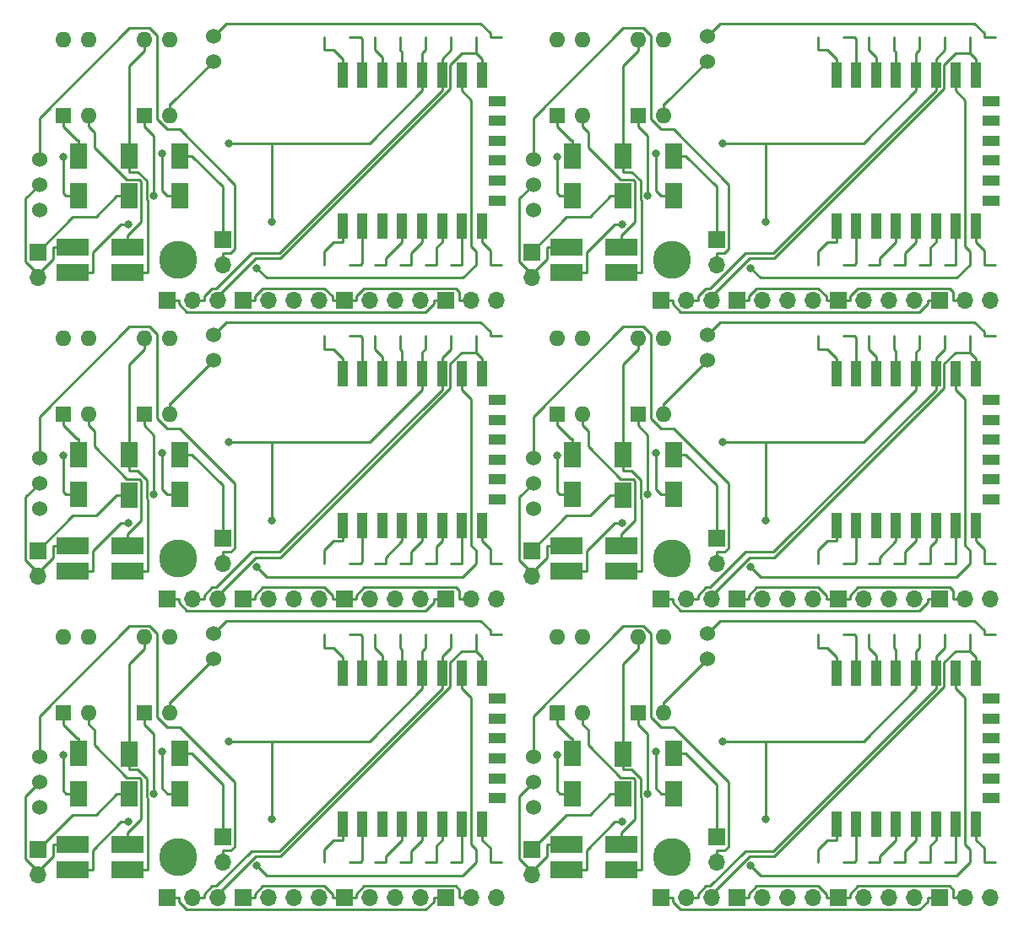
<source format=gbr>
%TF.GenerationSoftware,KiCad,Pcbnew,5.1.6-c6e7f7d~87~ubuntu18.04.1*%
%TF.CreationDate,2020-09-18T10:49:30+02:00*%
%TF.ProjectId,panel,70616e65-6c2e-46b6-9963-61645f706362,rev?*%
%TF.SameCoordinates,Original*%
%TF.FileFunction,Copper,L1,Top*%
%TF.FilePolarity,Positive*%
%FSLAX46Y46*%
G04 Gerber Fmt 4.6, Leading zero omitted, Abs format (unit mm)*
G04 Created by KiCad (PCBNEW 5.1.6-c6e7f7d~87~ubuntu18.04.1) date 2020-09-18 10:49:30*
%MOMM*%
%LPD*%
G01*
G04 APERTURE LIST*
%TA.AperFunction,SMDPad,CuDef*%
%ADD10R,3.300000X1.700000*%
%TD*%
%TA.AperFunction,ComponentPad*%
%ADD11R,1.600000X1.600000*%
%TD*%
%TA.AperFunction,ComponentPad*%
%ADD12O,1.600000X1.600000*%
%TD*%
%TA.AperFunction,ComponentPad*%
%ADD13R,1.700000X1.700000*%
%TD*%
%TA.AperFunction,ComponentPad*%
%ADD14O,1.700000X1.700000*%
%TD*%
%TA.AperFunction,SMDPad,CuDef*%
%ADD15R,1.800000X2.500000*%
%TD*%
%TA.AperFunction,SMDPad,CuDef*%
%ADD16R,1.000000X2.500000*%
%TD*%
%TA.AperFunction,SMDPad,CuDef*%
%ADD17R,1.800000X1.000000*%
%TD*%
%TA.AperFunction,ComponentPad*%
%ADD18C,1.524000*%
%TD*%
%TA.AperFunction,ComponentPad*%
%ADD19C,3.800000*%
%TD*%
%TA.AperFunction,ViaPad*%
%ADD20C,0.800000*%
%TD*%
%TA.AperFunction,Conductor*%
%ADD21C,0.250000*%
%TD*%
G04 APERTURE END LIST*
D10*
%TO.P,D3,2*%
%TO.N,Board_6-Net-(D3-Pad2)*%
X104825006Y-135400011D03*
%TO.P,D3,1*%
%TO.N,Board_6-Net-(D3-Pad1)*%
X110325006Y-135400011D03*
%TD*%
%TO.P,D1,1*%
%TO.N,Board_6-Net-(D1-Pad1)*%
X110325006Y-132860011D03*
%TO.P,D1,2*%
%TO.N,Board_6-B*%
X104825006Y-132860011D03*
%TD*%
D11*
%TO.P,U2,1*%
%TO.N,Board_6-Net-(Q1-Pad3)*%
X111976006Y-119652011D03*
D12*
%TO.P,U2,3*%
%TO.N,Board_6-Net-(R6-Pad2)*%
X114516006Y-112032011D03*
%TO.P,U2,2*%
%TO.N,Board_6-GND*%
X114516006Y-119652011D03*
%TO.P,U2,4*%
%TO.N,Board_6-Net-(D3-Pad1)*%
X111976006Y-112032011D03*
%TD*%
%TO.P,U1,4*%
%TO.N,Board_6-3V3*%
X103848006Y-112032011D03*
%TO.P,U1,2*%
%TO.N,Board_6-Net-(D1-Pad1)*%
X106388006Y-119652011D03*
%TO.P,U1,3*%
%TO.N,Board_6-D7*%
X106388006Y-112032011D03*
D11*
%TO.P,U1,1*%
%TO.N,Board_6-Net-(D2-Pad1)*%
X103848006Y-119652011D03*
%TD*%
D13*
%TO.P,J8,1*%
%TO.N,Board_6-5V*%
X114262006Y-138194011D03*
D14*
%TO.P,J8,2*%
%TO.N,Board_6-D4*%
X116802006Y-138194011D03*
%TO.P,J8,3*%
%TO.N,Board_6-GND*%
X119342006Y-138194011D03*
%TD*%
%TO.P,J7,3*%
%TO.N,Board_6-GND*%
X147282006Y-138194011D03*
%TO.P,J7,2*%
%TO.N,Board_6-3V3*%
X144742006Y-138194011D03*
D13*
%TO.P,J7,1*%
%TO.N,Board_6-5V*%
X142202006Y-138194011D03*
%TD*%
%TO.P,J4,1*%
%TO.N,Board_6-A*%
X101308006Y-133368011D03*
D14*
%TO.P,J4,2*%
%TO.N,Board_6-B*%
X101308006Y-135908011D03*
%TD*%
%TO.P,J3,2*%
%TO.N,Board_6-Net-(J11-Pad3)*%
X119850006Y-134638011D03*
D13*
%TO.P,J3,1*%
%TO.N,Board_6-Net-(D5-Pad1)*%
X119850006Y-132098011D03*
%TD*%
%TO.P,J2,1*%
%TO.N,Board_6-3V3*%
X121882006Y-138194011D03*
D14*
%TO.P,J2,2*%
%TO.N,Board_6-D3*%
X124422006Y-138194011D03*
%TO.P,J2,3*%
%TO.N,Board_6-Net-(J2-Pad3)*%
X126962006Y-138194011D03*
%TO.P,J2,4*%
%TO.N,Board_6-GND*%
X129502006Y-138194011D03*
%TD*%
%TO.P,J1,4*%
%TO.N,Board_6-SDA*%
X139662006Y-138194011D03*
%TO.P,J1,3*%
%TO.N,Board_6-SCL*%
X137122006Y-138194011D03*
%TO.P,J1,2*%
%TO.N,Board_6-GND*%
X134582006Y-138194011D03*
D13*
%TO.P,J1,1*%
%TO.N,Board_6-3V3*%
X132042006Y-138194011D03*
%TD*%
D15*
%TO.P,D5,2*%
%TO.N,Board_6-Net-(D5-Pad2)*%
X115532006Y-127716011D03*
%TO.P,D5,1*%
%TO.N,Board_6-Net-(D5-Pad1)*%
X115532006Y-123716011D03*
%TD*%
%TO.P,D4,2*%
%TO.N,Board_6-A*%
X110452006Y-127748011D03*
%TO.P,D4,1*%
%TO.N,Board_6-Net-(D3-Pad1)*%
X110452006Y-123748011D03*
%TD*%
%TO.P,D2,1*%
%TO.N,Board_6-Net-(D2-Pad1)*%
X105372006Y-123716011D03*
%TO.P,D2,2*%
%TO.N,Board_6-Net-(D2-Pad2)*%
X105372006Y-127716011D03*
%TD*%
D16*
%TO.P,U4,1*%
%TO.N,Board_6-RST*%
X131844006Y-130808011D03*
%TO.P,U4,2*%
%TO.N,Board_6-A0*%
X133844006Y-130808011D03*
%TO.P,U4,3*%
%TO.N,Board_6-Net-(U4-Pad3)*%
X135844006Y-130808011D03*
%TO.P,U4,4*%
%TO.N,Board_6-D0*%
X137844006Y-130808011D03*
%TO.P,U4,5*%
%TO.N,Board_6-D5*%
X139844006Y-130808011D03*
%TO.P,U4,6*%
%TO.N,Board_6-D6*%
X141844006Y-130808011D03*
%TO.P,U4,7*%
%TO.N,Board_6-D7*%
X143844006Y-130808011D03*
%TO.P,U4,8*%
%TO.N,Board_6-3V3*%
X145844006Y-130808011D03*
D17*
%TO.P,U4,9*%
%TO.N,Board_6-Net-(U4-Pad9)*%
X147344006Y-128208011D03*
%TO.P,U4,10*%
%TO.N,Board_6-Net-(U4-Pad10)*%
X147344006Y-126208011D03*
%TO.P,U4,11*%
%TO.N,Board_6-Net-(U4-Pad11)*%
X147344006Y-124208011D03*
%TO.P,U4,12*%
%TO.N,Board_6-Net-(U4-Pad12)*%
X147344006Y-122208011D03*
%TO.P,U4,13*%
%TO.N,Board_6-Net-(U4-Pad13)*%
X147344006Y-120208011D03*
%TO.P,U4,14*%
%TO.N,Board_6-Net-(U4-Pad14)*%
X147344006Y-118208011D03*
D16*
%TO.P,U4,15*%
%TO.N,Board_6-GND*%
X145844006Y-115608011D03*
%TO.P,U4,16*%
%TO.N,Board_6-D8*%
X143844006Y-115608011D03*
%TO.P,U4,17*%
%TO.N,Board_6-D4*%
X141844006Y-115608011D03*
%TO.P,U4,18*%
%TO.N,Board_6-D3*%
X139844006Y-115608011D03*
%TO.P,U4,19*%
%TO.N,Board_6-SDA*%
X137844006Y-115608011D03*
%TO.P,U4,20*%
%TO.N,Board_6-SCL*%
X135844006Y-115608011D03*
%TO.P,U4,21*%
%TO.N,Board_6-ESP_RX*%
X133844006Y-115608011D03*
%TO.P,U4,22*%
%TO.N,Board_6-ESP_TX*%
X131844006Y-115608011D03*
%TD*%
D18*
%TO.P,J11,1*%
%TO.N,Board_6-Net-(J11-Pad1)*%
X101468006Y-129144011D03*
%TO.P,J11,2*%
%TO.N,Board_6-B*%
X101468006Y-126604011D03*
%TO.P,J11,3*%
%TO.N,Board_6-Net-(J11-Pad3)*%
X101468006Y-124064011D03*
%TO.P,J11,4*%
%TO.N,Board_6-5V*%
X118928006Y-111684011D03*
%TO.P,J11,5*%
%TO.N,Board_6-GND*%
X118928006Y-114224011D03*
%TD*%
D19*
%TO.P,M1,1*%
%TO.N,N/C*%
X115405006Y-134130011D03*
%TD*%
D10*
%TO.P,D3,2*%
%TO.N,Board_5-Net-(D3-Pad2)*%
X55295001Y-135400011D03*
%TO.P,D3,1*%
%TO.N,Board_5-Net-(D3-Pad1)*%
X60795001Y-135400011D03*
%TD*%
%TO.P,D1,1*%
%TO.N,Board_5-Net-(D1-Pad1)*%
X60795001Y-132860011D03*
%TO.P,D1,2*%
%TO.N,Board_5-B*%
X55295001Y-132860011D03*
%TD*%
D11*
%TO.P,U2,1*%
%TO.N,Board_5-Net-(Q1-Pad3)*%
X62446001Y-119652011D03*
D12*
%TO.P,U2,3*%
%TO.N,Board_5-Net-(R6-Pad2)*%
X64986001Y-112032011D03*
%TO.P,U2,2*%
%TO.N,Board_5-GND*%
X64986001Y-119652011D03*
%TO.P,U2,4*%
%TO.N,Board_5-Net-(D3-Pad1)*%
X62446001Y-112032011D03*
%TD*%
%TO.P,U1,4*%
%TO.N,Board_5-3V3*%
X54318001Y-112032011D03*
%TO.P,U1,2*%
%TO.N,Board_5-Net-(D1-Pad1)*%
X56858001Y-119652011D03*
%TO.P,U1,3*%
%TO.N,Board_5-D7*%
X56858001Y-112032011D03*
D11*
%TO.P,U1,1*%
%TO.N,Board_5-Net-(D2-Pad1)*%
X54318001Y-119652011D03*
%TD*%
D13*
%TO.P,J8,1*%
%TO.N,Board_5-5V*%
X64732001Y-138194011D03*
D14*
%TO.P,J8,2*%
%TO.N,Board_5-D4*%
X67272001Y-138194011D03*
%TO.P,J8,3*%
%TO.N,Board_5-GND*%
X69812001Y-138194011D03*
%TD*%
%TO.P,J7,3*%
%TO.N,Board_5-GND*%
X97752001Y-138194011D03*
%TO.P,J7,2*%
%TO.N,Board_5-3V3*%
X95212001Y-138194011D03*
D13*
%TO.P,J7,1*%
%TO.N,Board_5-5V*%
X92672001Y-138194011D03*
%TD*%
%TO.P,J4,1*%
%TO.N,Board_5-A*%
X51778001Y-133368011D03*
D14*
%TO.P,J4,2*%
%TO.N,Board_5-B*%
X51778001Y-135908011D03*
%TD*%
%TO.P,J3,2*%
%TO.N,Board_5-Net-(J11-Pad3)*%
X70320001Y-134638011D03*
D13*
%TO.P,J3,1*%
%TO.N,Board_5-Net-(D5-Pad1)*%
X70320001Y-132098011D03*
%TD*%
%TO.P,J2,1*%
%TO.N,Board_5-3V3*%
X72352001Y-138194011D03*
D14*
%TO.P,J2,2*%
%TO.N,Board_5-D3*%
X74892001Y-138194011D03*
%TO.P,J2,3*%
%TO.N,Board_5-Net-(J2-Pad3)*%
X77432001Y-138194011D03*
%TO.P,J2,4*%
%TO.N,Board_5-GND*%
X79972001Y-138194011D03*
%TD*%
%TO.P,J1,4*%
%TO.N,Board_5-SDA*%
X90132001Y-138194011D03*
%TO.P,J1,3*%
%TO.N,Board_5-SCL*%
X87592001Y-138194011D03*
%TO.P,J1,2*%
%TO.N,Board_5-GND*%
X85052001Y-138194011D03*
D13*
%TO.P,J1,1*%
%TO.N,Board_5-3V3*%
X82512001Y-138194011D03*
%TD*%
D15*
%TO.P,D5,2*%
%TO.N,Board_5-Net-(D5-Pad2)*%
X66002001Y-127716011D03*
%TO.P,D5,1*%
%TO.N,Board_5-Net-(D5-Pad1)*%
X66002001Y-123716011D03*
%TD*%
%TO.P,D4,2*%
%TO.N,Board_5-A*%
X60922001Y-127748011D03*
%TO.P,D4,1*%
%TO.N,Board_5-Net-(D3-Pad1)*%
X60922001Y-123748011D03*
%TD*%
%TO.P,D2,1*%
%TO.N,Board_5-Net-(D2-Pad1)*%
X55842001Y-123716011D03*
%TO.P,D2,2*%
%TO.N,Board_5-Net-(D2-Pad2)*%
X55842001Y-127716011D03*
%TD*%
D16*
%TO.P,U4,1*%
%TO.N,Board_5-RST*%
X82314001Y-130808011D03*
%TO.P,U4,2*%
%TO.N,Board_5-A0*%
X84314001Y-130808011D03*
%TO.P,U4,3*%
%TO.N,Board_5-Net-(U4-Pad3)*%
X86314001Y-130808011D03*
%TO.P,U4,4*%
%TO.N,Board_5-D0*%
X88314001Y-130808011D03*
%TO.P,U4,5*%
%TO.N,Board_5-D5*%
X90314001Y-130808011D03*
%TO.P,U4,6*%
%TO.N,Board_5-D6*%
X92314001Y-130808011D03*
%TO.P,U4,7*%
%TO.N,Board_5-D7*%
X94314001Y-130808011D03*
%TO.P,U4,8*%
%TO.N,Board_5-3V3*%
X96314001Y-130808011D03*
D17*
%TO.P,U4,9*%
%TO.N,Board_5-Net-(U4-Pad9)*%
X97814001Y-128208011D03*
%TO.P,U4,10*%
%TO.N,Board_5-Net-(U4-Pad10)*%
X97814001Y-126208011D03*
%TO.P,U4,11*%
%TO.N,Board_5-Net-(U4-Pad11)*%
X97814001Y-124208011D03*
%TO.P,U4,12*%
%TO.N,Board_5-Net-(U4-Pad12)*%
X97814001Y-122208011D03*
%TO.P,U4,13*%
%TO.N,Board_5-Net-(U4-Pad13)*%
X97814001Y-120208011D03*
%TO.P,U4,14*%
%TO.N,Board_5-Net-(U4-Pad14)*%
X97814001Y-118208011D03*
D16*
%TO.P,U4,15*%
%TO.N,Board_5-GND*%
X96314001Y-115608011D03*
%TO.P,U4,16*%
%TO.N,Board_5-D8*%
X94314001Y-115608011D03*
%TO.P,U4,17*%
%TO.N,Board_5-D4*%
X92314001Y-115608011D03*
%TO.P,U4,18*%
%TO.N,Board_5-D3*%
X90314001Y-115608011D03*
%TO.P,U4,19*%
%TO.N,Board_5-SDA*%
X88314001Y-115608011D03*
%TO.P,U4,20*%
%TO.N,Board_5-SCL*%
X86314001Y-115608011D03*
%TO.P,U4,21*%
%TO.N,Board_5-ESP_RX*%
X84314001Y-115608011D03*
%TO.P,U4,22*%
%TO.N,Board_5-ESP_TX*%
X82314001Y-115608011D03*
%TD*%
D18*
%TO.P,J11,1*%
%TO.N,Board_5-Net-(J11-Pad1)*%
X51938001Y-129144011D03*
%TO.P,J11,2*%
%TO.N,Board_5-B*%
X51938001Y-126604011D03*
%TO.P,J11,3*%
%TO.N,Board_5-Net-(J11-Pad3)*%
X51938001Y-124064011D03*
%TO.P,J11,4*%
%TO.N,Board_5-5V*%
X69398001Y-111684011D03*
%TO.P,J11,5*%
%TO.N,Board_5-GND*%
X69398001Y-114224011D03*
%TD*%
D19*
%TO.P,M1,1*%
%TO.N,N/C*%
X65875001Y-134130011D03*
%TD*%
D10*
%TO.P,D3,2*%
%TO.N,Board_4-Net-(D3-Pad2)*%
X104825006Y-105400006D03*
%TO.P,D3,1*%
%TO.N,Board_4-Net-(D3-Pad1)*%
X110325006Y-105400006D03*
%TD*%
%TO.P,D1,1*%
%TO.N,Board_4-Net-(D1-Pad1)*%
X110325006Y-102860006D03*
%TO.P,D1,2*%
%TO.N,Board_4-B*%
X104825006Y-102860006D03*
%TD*%
D11*
%TO.P,U2,1*%
%TO.N,Board_4-Net-(Q1-Pad3)*%
X111976006Y-89652006D03*
D12*
%TO.P,U2,3*%
%TO.N,Board_4-Net-(R6-Pad2)*%
X114516006Y-82032006D03*
%TO.P,U2,2*%
%TO.N,Board_4-GND*%
X114516006Y-89652006D03*
%TO.P,U2,4*%
%TO.N,Board_4-Net-(D3-Pad1)*%
X111976006Y-82032006D03*
%TD*%
%TO.P,U1,4*%
%TO.N,Board_4-3V3*%
X103848006Y-82032006D03*
%TO.P,U1,2*%
%TO.N,Board_4-Net-(D1-Pad1)*%
X106388006Y-89652006D03*
%TO.P,U1,3*%
%TO.N,Board_4-D7*%
X106388006Y-82032006D03*
D11*
%TO.P,U1,1*%
%TO.N,Board_4-Net-(D2-Pad1)*%
X103848006Y-89652006D03*
%TD*%
D13*
%TO.P,J8,1*%
%TO.N,Board_4-5V*%
X114262006Y-108194006D03*
D14*
%TO.P,J8,2*%
%TO.N,Board_4-D4*%
X116802006Y-108194006D03*
%TO.P,J8,3*%
%TO.N,Board_4-GND*%
X119342006Y-108194006D03*
%TD*%
%TO.P,J7,3*%
%TO.N,Board_4-GND*%
X147282006Y-108194006D03*
%TO.P,J7,2*%
%TO.N,Board_4-3V3*%
X144742006Y-108194006D03*
D13*
%TO.P,J7,1*%
%TO.N,Board_4-5V*%
X142202006Y-108194006D03*
%TD*%
%TO.P,J4,1*%
%TO.N,Board_4-A*%
X101308006Y-103368006D03*
D14*
%TO.P,J4,2*%
%TO.N,Board_4-B*%
X101308006Y-105908006D03*
%TD*%
%TO.P,J3,2*%
%TO.N,Board_4-Net-(J11-Pad3)*%
X119850006Y-104638006D03*
D13*
%TO.P,J3,1*%
%TO.N,Board_4-Net-(D5-Pad1)*%
X119850006Y-102098006D03*
%TD*%
%TO.P,J2,1*%
%TO.N,Board_4-3V3*%
X121882006Y-108194006D03*
D14*
%TO.P,J2,2*%
%TO.N,Board_4-D3*%
X124422006Y-108194006D03*
%TO.P,J2,3*%
%TO.N,Board_4-Net-(J2-Pad3)*%
X126962006Y-108194006D03*
%TO.P,J2,4*%
%TO.N,Board_4-GND*%
X129502006Y-108194006D03*
%TD*%
%TO.P,J1,4*%
%TO.N,Board_4-SDA*%
X139662006Y-108194006D03*
%TO.P,J1,3*%
%TO.N,Board_4-SCL*%
X137122006Y-108194006D03*
%TO.P,J1,2*%
%TO.N,Board_4-GND*%
X134582006Y-108194006D03*
D13*
%TO.P,J1,1*%
%TO.N,Board_4-3V3*%
X132042006Y-108194006D03*
%TD*%
D15*
%TO.P,D5,2*%
%TO.N,Board_4-Net-(D5-Pad2)*%
X115532006Y-97716006D03*
%TO.P,D5,1*%
%TO.N,Board_4-Net-(D5-Pad1)*%
X115532006Y-93716006D03*
%TD*%
%TO.P,D4,2*%
%TO.N,Board_4-A*%
X110452006Y-97748006D03*
%TO.P,D4,1*%
%TO.N,Board_4-Net-(D3-Pad1)*%
X110452006Y-93748006D03*
%TD*%
%TO.P,D2,1*%
%TO.N,Board_4-Net-(D2-Pad1)*%
X105372006Y-93716006D03*
%TO.P,D2,2*%
%TO.N,Board_4-Net-(D2-Pad2)*%
X105372006Y-97716006D03*
%TD*%
D16*
%TO.P,U4,1*%
%TO.N,Board_4-RST*%
X131844006Y-100808006D03*
%TO.P,U4,2*%
%TO.N,Board_4-A0*%
X133844006Y-100808006D03*
%TO.P,U4,3*%
%TO.N,Board_4-Net-(U4-Pad3)*%
X135844006Y-100808006D03*
%TO.P,U4,4*%
%TO.N,Board_4-D0*%
X137844006Y-100808006D03*
%TO.P,U4,5*%
%TO.N,Board_4-D5*%
X139844006Y-100808006D03*
%TO.P,U4,6*%
%TO.N,Board_4-D6*%
X141844006Y-100808006D03*
%TO.P,U4,7*%
%TO.N,Board_4-D7*%
X143844006Y-100808006D03*
%TO.P,U4,8*%
%TO.N,Board_4-3V3*%
X145844006Y-100808006D03*
D17*
%TO.P,U4,9*%
%TO.N,Board_4-Net-(U4-Pad9)*%
X147344006Y-98208006D03*
%TO.P,U4,10*%
%TO.N,Board_4-Net-(U4-Pad10)*%
X147344006Y-96208006D03*
%TO.P,U4,11*%
%TO.N,Board_4-Net-(U4-Pad11)*%
X147344006Y-94208006D03*
%TO.P,U4,12*%
%TO.N,Board_4-Net-(U4-Pad12)*%
X147344006Y-92208006D03*
%TO.P,U4,13*%
%TO.N,Board_4-Net-(U4-Pad13)*%
X147344006Y-90208006D03*
%TO.P,U4,14*%
%TO.N,Board_4-Net-(U4-Pad14)*%
X147344006Y-88208006D03*
D16*
%TO.P,U4,15*%
%TO.N,Board_4-GND*%
X145844006Y-85608006D03*
%TO.P,U4,16*%
%TO.N,Board_4-D8*%
X143844006Y-85608006D03*
%TO.P,U4,17*%
%TO.N,Board_4-D4*%
X141844006Y-85608006D03*
%TO.P,U4,18*%
%TO.N,Board_4-D3*%
X139844006Y-85608006D03*
%TO.P,U4,19*%
%TO.N,Board_4-SDA*%
X137844006Y-85608006D03*
%TO.P,U4,20*%
%TO.N,Board_4-SCL*%
X135844006Y-85608006D03*
%TO.P,U4,21*%
%TO.N,Board_4-ESP_RX*%
X133844006Y-85608006D03*
%TO.P,U4,22*%
%TO.N,Board_4-ESP_TX*%
X131844006Y-85608006D03*
%TD*%
D18*
%TO.P,J11,1*%
%TO.N,Board_4-Net-(J11-Pad1)*%
X101468006Y-99144006D03*
%TO.P,J11,2*%
%TO.N,Board_4-B*%
X101468006Y-96604006D03*
%TO.P,J11,3*%
%TO.N,Board_4-Net-(J11-Pad3)*%
X101468006Y-94064006D03*
%TO.P,J11,4*%
%TO.N,Board_4-5V*%
X118928006Y-81684006D03*
%TO.P,J11,5*%
%TO.N,Board_4-GND*%
X118928006Y-84224006D03*
%TD*%
D19*
%TO.P,M1,1*%
%TO.N,N/C*%
X115405006Y-104130006D03*
%TD*%
D10*
%TO.P,D3,2*%
%TO.N,Board_3-Net-(D3-Pad2)*%
X55295001Y-105400006D03*
%TO.P,D3,1*%
%TO.N,Board_3-Net-(D3-Pad1)*%
X60795001Y-105400006D03*
%TD*%
%TO.P,D1,1*%
%TO.N,Board_3-Net-(D1-Pad1)*%
X60795001Y-102860006D03*
%TO.P,D1,2*%
%TO.N,Board_3-B*%
X55295001Y-102860006D03*
%TD*%
D11*
%TO.P,U2,1*%
%TO.N,Board_3-Net-(Q1-Pad3)*%
X62446001Y-89652006D03*
D12*
%TO.P,U2,3*%
%TO.N,Board_3-Net-(R6-Pad2)*%
X64986001Y-82032006D03*
%TO.P,U2,2*%
%TO.N,Board_3-GND*%
X64986001Y-89652006D03*
%TO.P,U2,4*%
%TO.N,Board_3-Net-(D3-Pad1)*%
X62446001Y-82032006D03*
%TD*%
%TO.P,U1,4*%
%TO.N,Board_3-3V3*%
X54318001Y-82032006D03*
%TO.P,U1,2*%
%TO.N,Board_3-Net-(D1-Pad1)*%
X56858001Y-89652006D03*
%TO.P,U1,3*%
%TO.N,Board_3-D7*%
X56858001Y-82032006D03*
D11*
%TO.P,U1,1*%
%TO.N,Board_3-Net-(D2-Pad1)*%
X54318001Y-89652006D03*
%TD*%
D13*
%TO.P,J8,1*%
%TO.N,Board_3-5V*%
X64732001Y-108194006D03*
D14*
%TO.P,J8,2*%
%TO.N,Board_3-D4*%
X67272001Y-108194006D03*
%TO.P,J8,3*%
%TO.N,Board_3-GND*%
X69812001Y-108194006D03*
%TD*%
%TO.P,J7,3*%
%TO.N,Board_3-GND*%
X97752001Y-108194006D03*
%TO.P,J7,2*%
%TO.N,Board_3-3V3*%
X95212001Y-108194006D03*
D13*
%TO.P,J7,1*%
%TO.N,Board_3-5V*%
X92672001Y-108194006D03*
%TD*%
%TO.P,J4,1*%
%TO.N,Board_3-A*%
X51778001Y-103368006D03*
D14*
%TO.P,J4,2*%
%TO.N,Board_3-B*%
X51778001Y-105908006D03*
%TD*%
%TO.P,J3,2*%
%TO.N,Board_3-Net-(J11-Pad3)*%
X70320001Y-104638006D03*
D13*
%TO.P,J3,1*%
%TO.N,Board_3-Net-(D5-Pad1)*%
X70320001Y-102098006D03*
%TD*%
%TO.P,J2,1*%
%TO.N,Board_3-3V3*%
X72352001Y-108194006D03*
D14*
%TO.P,J2,2*%
%TO.N,Board_3-D3*%
X74892001Y-108194006D03*
%TO.P,J2,3*%
%TO.N,Board_3-Net-(J2-Pad3)*%
X77432001Y-108194006D03*
%TO.P,J2,4*%
%TO.N,Board_3-GND*%
X79972001Y-108194006D03*
%TD*%
%TO.P,J1,4*%
%TO.N,Board_3-SDA*%
X90132001Y-108194006D03*
%TO.P,J1,3*%
%TO.N,Board_3-SCL*%
X87592001Y-108194006D03*
%TO.P,J1,2*%
%TO.N,Board_3-GND*%
X85052001Y-108194006D03*
D13*
%TO.P,J1,1*%
%TO.N,Board_3-3V3*%
X82512001Y-108194006D03*
%TD*%
D15*
%TO.P,D5,2*%
%TO.N,Board_3-Net-(D5-Pad2)*%
X66002001Y-97716006D03*
%TO.P,D5,1*%
%TO.N,Board_3-Net-(D5-Pad1)*%
X66002001Y-93716006D03*
%TD*%
%TO.P,D4,2*%
%TO.N,Board_3-A*%
X60922001Y-97748006D03*
%TO.P,D4,1*%
%TO.N,Board_3-Net-(D3-Pad1)*%
X60922001Y-93748006D03*
%TD*%
%TO.P,D2,1*%
%TO.N,Board_3-Net-(D2-Pad1)*%
X55842001Y-93716006D03*
%TO.P,D2,2*%
%TO.N,Board_3-Net-(D2-Pad2)*%
X55842001Y-97716006D03*
%TD*%
D16*
%TO.P,U4,1*%
%TO.N,Board_3-RST*%
X82314001Y-100808006D03*
%TO.P,U4,2*%
%TO.N,Board_3-A0*%
X84314001Y-100808006D03*
%TO.P,U4,3*%
%TO.N,Board_3-Net-(U4-Pad3)*%
X86314001Y-100808006D03*
%TO.P,U4,4*%
%TO.N,Board_3-D0*%
X88314001Y-100808006D03*
%TO.P,U4,5*%
%TO.N,Board_3-D5*%
X90314001Y-100808006D03*
%TO.P,U4,6*%
%TO.N,Board_3-D6*%
X92314001Y-100808006D03*
%TO.P,U4,7*%
%TO.N,Board_3-D7*%
X94314001Y-100808006D03*
%TO.P,U4,8*%
%TO.N,Board_3-3V3*%
X96314001Y-100808006D03*
D17*
%TO.P,U4,9*%
%TO.N,Board_3-Net-(U4-Pad9)*%
X97814001Y-98208006D03*
%TO.P,U4,10*%
%TO.N,Board_3-Net-(U4-Pad10)*%
X97814001Y-96208006D03*
%TO.P,U4,11*%
%TO.N,Board_3-Net-(U4-Pad11)*%
X97814001Y-94208006D03*
%TO.P,U4,12*%
%TO.N,Board_3-Net-(U4-Pad12)*%
X97814001Y-92208006D03*
%TO.P,U4,13*%
%TO.N,Board_3-Net-(U4-Pad13)*%
X97814001Y-90208006D03*
%TO.P,U4,14*%
%TO.N,Board_3-Net-(U4-Pad14)*%
X97814001Y-88208006D03*
D16*
%TO.P,U4,15*%
%TO.N,Board_3-GND*%
X96314001Y-85608006D03*
%TO.P,U4,16*%
%TO.N,Board_3-D8*%
X94314001Y-85608006D03*
%TO.P,U4,17*%
%TO.N,Board_3-D4*%
X92314001Y-85608006D03*
%TO.P,U4,18*%
%TO.N,Board_3-D3*%
X90314001Y-85608006D03*
%TO.P,U4,19*%
%TO.N,Board_3-SDA*%
X88314001Y-85608006D03*
%TO.P,U4,20*%
%TO.N,Board_3-SCL*%
X86314001Y-85608006D03*
%TO.P,U4,21*%
%TO.N,Board_3-ESP_RX*%
X84314001Y-85608006D03*
%TO.P,U4,22*%
%TO.N,Board_3-ESP_TX*%
X82314001Y-85608006D03*
%TD*%
D18*
%TO.P,J11,1*%
%TO.N,Board_3-Net-(J11-Pad1)*%
X51938001Y-99144006D03*
%TO.P,J11,2*%
%TO.N,Board_3-B*%
X51938001Y-96604006D03*
%TO.P,J11,3*%
%TO.N,Board_3-Net-(J11-Pad3)*%
X51938001Y-94064006D03*
%TO.P,J11,4*%
%TO.N,Board_3-5V*%
X69398001Y-81684006D03*
%TO.P,J11,5*%
%TO.N,Board_3-GND*%
X69398001Y-84224006D03*
%TD*%
D19*
%TO.P,M1,1*%
%TO.N,N/C*%
X65875001Y-104130006D03*
%TD*%
D10*
%TO.P,D3,2*%
%TO.N,Board_2-Net-(D3-Pad2)*%
X104825006Y-75400001D03*
%TO.P,D3,1*%
%TO.N,Board_2-Net-(D3-Pad1)*%
X110325006Y-75400001D03*
%TD*%
%TO.P,D1,1*%
%TO.N,Board_2-Net-(D1-Pad1)*%
X110325006Y-72860001D03*
%TO.P,D1,2*%
%TO.N,Board_2-B*%
X104825006Y-72860001D03*
%TD*%
D11*
%TO.P,U2,1*%
%TO.N,Board_2-Net-(Q1-Pad3)*%
X111976006Y-59652001D03*
D12*
%TO.P,U2,3*%
%TO.N,Board_2-Net-(R6-Pad2)*%
X114516006Y-52032001D03*
%TO.P,U2,2*%
%TO.N,Board_2-GND*%
X114516006Y-59652001D03*
%TO.P,U2,4*%
%TO.N,Board_2-Net-(D3-Pad1)*%
X111976006Y-52032001D03*
%TD*%
%TO.P,U1,4*%
%TO.N,Board_2-3V3*%
X103848006Y-52032001D03*
%TO.P,U1,2*%
%TO.N,Board_2-Net-(D1-Pad1)*%
X106388006Y-59652001D03*
%TO.P,U1,3*%
%TO.N,Board_2-D7*%
X106388006Y-52032001D03*
D11*
%TO.P,U1,1*%
%TO.N,Board_2-Net-(D2-Pad1)*%
X103848006Y-59652001D03*
%TD*%
D13*
%TO.P,J8,1*%
%TO.N,Board_2-5V*%
X114262006Y-78194001D03*
D14*
%TO.P,J8,2*%
%TO.N,Board_2-D4*%
X116802006Y-78194001D03*
%TO.P,J8,3*%
%TO.N,Board_2-GND*%
X119342006Y-78194001D03*
%TD*%
%TO.P,J7,3*%
%TO.N,Board_2-GND*%
X147282006Y-78194001D03*
%TO.P,J7,2*%
%TO.N,Board_2-3V3*%
X144742006Y-78194001D03*
D13*
%TO.P,J7,1*%
%TO.N,Board_2-5V*%
X142202006Y-78194001D03*
%TD*%
%TO.P,J4,1*%
%TO.N,Board_2-A*%
X101308006Y-73368001D03*
D14*
%TO.P,J4,2*%
%TO.N,Board_2-B*%
X101308006Y-75908001D03*
%TD*%
%TO.P,J3,2*%
%TO.N,Board_2-Net-(J11-Pad3)*%
X119850006Y-74638001D03*
D13*
%TO.P,J3,1*%
%TO.N,Board_2-Net-(D5-Pad1)*%
X119850006Y-72098001D03*
%TD*%
%TO.P,J2,1*%
%TO.N,Board_2-3V3*%
X121882006Y-78194001D03*
D14*
%TO.P,J2,2*%
%TO.N,Board_2-D3*%
X124422006Y-78194001D03*
%TO.P,J2,3*%
%TO.N,Board_2-Net-(J2-Pad3)*%
X126962006Y-78194001D03*
%TO.P,J2,4*%
%TO.N,Board_2-GND*%
X129502006Y-78194001D03*
%TD*%
%TO.P,J1,4*%
%TO.N,Board_2-SDA*%
X139662006Y-78194001D03*
%TO.P,J1,3*%
%TO.N,Board_2-SCL*%
X137122006Y-78194001D03*
%TO.P,J1,2*%
%TO.N,Board_2-GND*%
X134582006Y-78194001D03*
D13*
%TO.P,J1,1*%
%TO.N,Board_2-3V3*%
X132042006Y-78194001D03*
%TD*%
D15*
%TO.P,D5,2*%
%TO.N,Board_2-Net-(D5-Pad2)*%
X115532006Y-67716001D03*
%TO.P,D5,1*%
%TO.N,Board_2-Net-(D5-Pad1)*%
X115532006Y-63716001D03*
%TD*%
%TO.P,D4,2*%
%TO.N,Board_2-A*%
X110452006Y-67748001D03*
%TO.P,D4,1*%
%TO.N,Board_2-Net-(D3-Pad1)*%
X110452006Y-63748001D03*
%TD*%
%TO.P,D2,1*%
%TO.N,Board_2-Net-(D2-Pad1)*%
X105372006Y-63716001D03*
%TO.P,D2,2*%
%TO.N,Board_2-Net-(D2-Pad2)*%
X105372006Y-67716001D03*
%TD*%
D16*
%TO.P,U4,1*%
%TO.N,Board_2-RST*%
X131844006Y-70808001D03*
%TO.P,U4,2*%
%TO.N,Board_2-A0*%
X133844006Y-70808001D03*
%TO.P,U4,3*%
%TO.N,Board_2-Net-(U4-Pad3)*%
X135844006Y-70808001D03*
%TO.P,U4,4*%
%TO.N,Board_2-D0*%
X137844006Y-70808001D03*
%TO.P,U4,5*%
%TO.N,Board_2-D5*%
X139844006Y-70808001D03*
%TO.P,U4,6*%
%TO.N,Board_2-D6*%
X141844006Y-70808001D03*
%TO.P,U4,7*%
%TO.N,Board_2-D7*%
X143844006Y-70808001D03*
%TO.P,U4,8*%
%TO.N,Board_2-3V3*%
X145844006Y-70808001D03*
D17*
%TO.P,U4,9*%
%TO.N,Board_2-Net-(U4-Pad9)*%
X147344006Y-68208001D03*
%TO.P,U4,10*%
%TO.N,Board_2-Net-(U4-Pad10)*%
X147344006Y-66208001D03*
%TO.P,U4,11*%
%TO.N,Board_2-Net-(U4-Pad11)*%
X147344006Y-64208001D03*
%TO.P,U4,12*%
%TO.N,Board_2-Net-(U4-Pad12)*%
X147344006Y-62208001D03*
%TO.P,U4,13*%
%TO.N,Board_2-Net-(U4-Pad13)*%
X147344006Y-60208001D03*
%TO.P,U4,14*%
%TO.N,Board_2-Net-(U4-Pad14)*%
X147344006Y-58208001D03*
D16*
%TO.P,U4,15*%
%TO.N,Board_2-GND*%
X145844006Y-55608001D03*
%TO.P,U4,16*%
%TO.N,Board_2-D8*%
X143844006Y-55608001D03*
%TO.P,U4,17*%
%TO.N,Board_2-D4*%
X141844006Y-55608001D03*
%TO.P,U4,18*%
%TO.N,Board_2-D3*%
X139844006Y-55608001D03*
%TO.P,U4,19*%
%TO.N,Board_2-SDA*%
X137844006Y-55608001D03*
%TO.P,U4,20*%
%TO.N,Board_2-SCL*%
X135844006Y-55608001D03*
%TO.P,U4,21*%
%TO.N,Board_2-ESP_RX*%
X133844006Y-55608001D03*
%TO.P,U4,22*%
%TO.N,Board_2-ESP_TX*%
X131844006Y-55608001D03*
%TD*%
D18*
%TO.P,J11,1*%
%TO.N,Board_2-Net-(J11-Pad1)*%
X101468006Y-69144001D03*
%TO.P,J11,2*%
%TO.N,Board_2-B*%
X101468006Y-66604001D03*
%TO.P,J11,3*%
%TO.N,Board_2-Net-(J11-Pad3)*%
X101468006Y-64064001D03*
%TO.P,J11,4*%
%TO.N,Board_2-5V*%
X118928006Y-51684001D03*
%TO.P,J11,5*%
%TO.N,Board_2-GND*%
X118928006Y-54224001D03*
%TD*%
D19*
%TO.P,M1,1*%
%TO.N,N/C*%
X115405006Y-74130001D03*
%TD*%
D10*
%TO.P,D3,2*%
%TO.N,Board_1-Net-(D3-Pad2)*%
X55295001Y-75400001D03*
%TO.P,D3,1*%
%TO.N,Board_1-Net-(D3-Pad1)*%
X60795001Y-75400001D03*
%TD*%
%TO.P,D1,1*%
%TO.N,Board_1-Net-(D1-Pad1)*%
X60795001Y-72860001D03*
%TO.P,D1,2*%
%TO.N,Board_1-B*%
X55295001Y-72860001D03*
%TD*%
D11*
%TO.P,U2,1*%
%TO.N,Board_1-Net-(Q1-Pad3)*%
X62446001Y-59652001D03*
D12*
%TO.P,U2,3*%
%TO.N,Board_1-Net-(R6-Pad2)*%
X64986001Y-52032001D03*
%TO.P,U2,2*%
%TO.N,Board_1-GND*%
X64986001Y-59652001D03*
%TO.P,U2,4*%
%TO.N,Board_1-Net-(D3-Pad1)*%
X62446001Y-52032001D03*
%TD*%
%TO.P,U1,4*%
%TO.N,Board_1-3V3*%
X54318001Y-52032001D03*
%TO.P,U1,2*%
%TO.N,Board_1-Net-(D1-Pad1)*%
X56858001Y-59652001D03*
%TO.P,U1,3*%
%TO.N,Board_1-D7*%
X56858001Y-52032001D03*
D11*
%TO.P,U1,1*%
%TO.N,Board_1-Net-(D2-Pad1)*%
X54318001Y-59652001D03*
%TD*%
D13*
%TO.P,J8,1*%
%TO.N,Board_1-5V*%
X64732001Y-78194001D03*
D14*
%TO.P,J8,2*%
%TO.N,Board_1-D4*%
X67272001Y-78194001D03*
%TO.P,J8,3*%
%TO.N,Board_1-GND*%
X69812001Y-78194001D03*
%TD*%
%TO.P,J7,3*%
%TO.N,Board_1-GND*%
X97752001Y-78194001D03*
%TO.P,J7,2*%
%TO.N,Board_1-3V3*%
X95212001Y-78194001D03*
D13*
%TO.P,J7,1*%
%TO.N,Board_1-5V*%
X92672001Y-78194001D03*
%TD*%
%TO.P,J4,1*%
%TO.N,Board_1-A*%
X51778001Y-73368001D03*
D14*
%TO.P,J4,2*%
%TO.N,Board_1-B*%
X51778001Y-75908001D03*
%TD*%
%TO.P,J3,2*%
%TO.N,Board_1-Net-(J11-Pad3)*%
X70320001Y-74638001D03*
D13*
%TO.P,J3,1*%
%TO.N,Board_1-Net-(D5-Pad1)*%
X70320001Y-72098001D03*
%TD*%
%TO.P,J2,1*%
%TO.N,Board_1-3V3*%
X72352001Y-78194001D03*
D14*
%TO.P,J2,2*%
%TO.N,Board_1-D3*%
X74892001Y-78194001D03*
%TO.P,J2,3*%
%TO.N,Board_1-Net-(J2-Pad3)*%
X77432001Y-78194001D03*
%TO.P,J2,4*%
%TO.N,Board_1-GND*%
X79972001Y-78194001D03*
%TD*%
%TO.P,J1,4*%
%TO.N,Board_1-SDA*%
X90132001Y-78194001D03*
%TO.P,J1,3*%
%TO.N,Board_1-SCL*%
X87592001Y-78194001D03*
%TO.P,J1,2*%
%TO.N,Board_1-GND*%
X85052001Y-78194001D03*
D13*
%TO.P,J1,1*%
%TO.N,Board_1-3V3*%
X82512001Y-78194001D03*
%TD*%
D15*
%TO.P,D5,2*%
%TO.N,Board_1-Net-(D5-Pad2)*%
X66002001Y-67716001D03*
%TO.P,D5,1*%
%TO.N,Board_1-Net-(D5-Pad1)*%
X66002001Y-63716001D03*
%TD*%
%TO.P,D4,2*%
%TO.N,Board_1-A*%
X60922001Y-67748001D03*
%TO.P,D4,1*%
%TO.N,Board_1-Net-(D3-Pad1)*%
X60922001Y-63748001D03*
%TD*%
%TO.P,D2,1*%
%TO.N,Board_1-Net-(D2-Pad1)*%
X55842001Y-63716001D03*
%TO.P,D2,2*%
%TO.N,Board_1-Net-(D2-Pad2)*%
X55842001Y-67716001D03*
%TD*%
D16*
%TO.P,U4,1*%
%TO.N,Board_1-RST*%
X82314001Y-70808001D03*
%TO.P,U4,2*%
%TO.N,Board_1-A0*%
X84314001Y-70808001D03*
%TO.P,U4,3*%
%TO.N,Board_1-Net-(U4-Pad3)*%
X86314001Y-70808001D03*
%TO.P,U4,4*%
%TO.N,Board_1-D0*%
X88314001Y-70808001D03*
%TO.P,U4,5*%
%TO.N,Board_1-D5*%
X90314001Y-70808001D03*
%TO.P,U4,6*%
%TO.N,Board_1-D6*%
X92314001Y-70808001D03*
%TO.P,U4,7*%
%TO.N,Board_1-D7*%
X94314001Y-70808001D03*
%TO.P,U4,8*%
%TO.N,Board_1-3V3*%
X96314001Y-70808001D03*
D17*
%TO.P,U4,9*%
%TO.N,Board_1-Net-(U4-Pad9)*%
X97814001Y-68208001D03*
%TO.P,U4,10*%
%TO.N,Board_1-Net-(U4-Pad10)*%
X97814001Y-66208001D03*
%TO.P,U4,11*%
%TO.N,Board_1-Net-(U4-Pad11)*%
X97814001Y-64208001D03*
%TO.P,U4,12*%
%TO.N,Board_1-Net-(U4-Pad12)*%
X97814001Y-62208001D03*
%TO.P,U4,13*%
%TO.N,Board_1-Net-(U4-Pad13)*%
X97814001Y-60208001D03*
%TO.P,U4,14*%
%TO.N,Board_1-Net-(U4-Pad14)*%
X97814001Y-58208001D03*
D16*
%TO.P,U4,15*%
%TO.N,Board_1-GND*%
X96314001Y-55608001D03*
%TO.P,U4,16*%
%TO.N,Board_1-D8*%
X94314001Y-55608001D03*
%TO.P,U4,17*%
%TO.N,Board_1-D4*%
X92314001Y-55608001D03*
%TO.P,U4,18*%
%TO.N,Board_1-D3*%
X90314001Y-55608001D03*
%TO.P,U4,19*%
%TO.N,Board_1-SDA*%
X88314001Y-55608001D03*
%TO.P,U4,20*%
%TO.N,Board_1-SCL*%
X86314001Y-55608001D03*
%TO.P,U4,21*%
%TO.N,Board_1-ESP_RX*%
X84314001Y-55608001D03*
%TO.P,U4,22*%
%TO.N,Board_1-ESP_TX*%
X82314001Y-55608001D03*
%TD*%
D18*
%TO.P,J11,1*%
%TO.N,Board_1-Net-(J11-Pad1)*%
X51938001Y-69144001D03*
%TO.P,J11,2*%
%TO.N,Board_1-B*%
X51938001Y-66604001D03*
%TO.P,J11,3*%
%TO.N,Board_1-Net-(J11-Pad3)*%
X51938001Y-64064001D03*
%TO.P,J11,4*%
%TO.N,Board_1-5V*%
X69398001Y-51684001D03*
%TO.P,J11,5*%
%TO.N,Board_1-GND*%
X69398001Y-54224001D03*
%TD*%
D19*
%TO.P,M1,1*%
%TO.N,N/C*%
X65875001Y-74130001D03*
%TD*%
D20*
%TO.N,Board_1-D3*%
X70939701Y-62470001D03*
X75281101Y-70318001D03*
%TO.N,Board_1-D8*%
X73724401Y-74970701D03*
%TO.N,Board_1-Net-(D2-Pad2)*%
X54333701Y-63843001D03*
%TO.N,Board_1-Net-(D3-Pad2)*%
X60819201Y-70569301D03*
%TO.N,Board_1-Net-(D5-Pad2)*%
X64245201Y-63519801D03*
%TO.N,Board_1-Net-(Q1-Pad3)*%
X63424701Y-67716001D03*
%TO.N,Board_2-D3*%
X120469706Y-62470001D03*
X124811106Y-70318001D03*
%TO.N,Board_2-D8*%
X123254406Y-74970701D03*
%TO.N,Board_2-Net-(D2-Pad2)*%
X103863706Y-63843001D03*
%TO.N,Board_2-Net-(D3-Pad2)*%
X110349206Y-70569301D03*
%TO.N,Board_2-Net-(D5-Pad2)*%
X113775206Y-63519801D03*
%TO.N,Board_2-Net-(Q1-Pad3)*%
X112954706Y-67716001D03*
%TO.N,Board_3-D3*%
X70939701Y-92470006D03*
X75281101Y-100318006D03*
%TO.N,Board_3-D8*%
X73724401Y-104970706D03*
%TO.N,Board_3-Net-(D2-Pad2)*%
X54333701Y-93843006D03*
%TO.N,Board_3-Net-(D3-Pad2)*%
X60819201Y-100569306D03*
%TO.N,Board_3-Net-(D5-Pad2)*%
X64245201Y-93519806D03*
%TO.N,Board_3-Net-(Q1-Pad3)*%
X63424701Y-97716006D03*
%TO.N,Board_4-D3*%
X120469706Y-92470006D03*
X124811106Y-100318006D03*
%TO.N,Board_4-D8*%
X123254406Y-104970706D03*
%TO.N,Board_4-Net-(D2-Pad2)*%
X103863706Y-93843006D03*
%TO.N,Board_4-Net-(D3-Pad2)*%
X110349206Y-100569306D03*
%TO.N,Board_4-Net-(D5-Pad2)*%
X113775206Y-93519806D03*
%TO.N,Board_4-Net-(Q1-Pad3)*%
X112954706Y-97716006D03*
%TO.N,Board_5-D3*%
X70939701Y-122470011D03*
X75281101Y-130318011D03*
%TO.N,Board_5-D8*%
X73724401Y-134970711D03*
%TO.N,Board_5-Net-(D2-Pad2)*%
X54333701Y-123843011D03*
%TO.N,Board_5-Net-(D3-Pad2)*%
X60819201Y-130569311D03*
%TO.N,Board_5-Net-(D5-Pad2)*%
X64245201Y-123519811D03*
%TO.N,Board_5-Net-(Q1-Pad3)*%
X63424701Y-127716011D03*
%TO.N,Board_6-D3*%
X120469706Y-122470011D03*
X124811106Y-130318011D03*
%TO.N,Board_6-D8*%
X123254406Y-134970711D03*
%TO.N,Board_6-Net-(D2-Pad2)*%
X103863706Y-123843011D03*
%TO.N,Board_6-Net-(D3-Pad2)*%
X110349206Y-130569311D03*
%TO.N,Board_6-Net-(D5-Pad2)*%
X113775206Y-123519811D03*
%TO.N,Board_6-Net-(Q1-Pad3)*%
X112954706Y-127716011D03*
%TD*%
D21*
%TO.N,Board_1-3V3*%
X96314001Y-70808001D02*
X96314001Y-72383301D01*
X98260001Y-74638001D02*
X97134701Y-74638001D01*
X97134701Y-74638001D02*
X97134701Y-73204001D01*
X97134701Y-73204001D02*
X96314001Y-72383301D01*
X82512001Y-78194001D02*
X83687301Y-78194001D01*
X95212001Y-78194001D02*
X94036701Y-78194001D01*
X94036701Y-78194001D02*
X94036701Y-77386001D01*
X94036701Y-77386001D02*
X93669401Y-77018701D01*
X93669401Y-77018701D02*
X84495201Y-77018701D01*
X84495201Y-77018701D02*
X83687301Y-77826601D01*
X83687301Y-77826601D02*
X83687301Y-78194001D01*
X82512001Y-78194001D02*
X81336701Y-78194001D01*
X72352001Y-78194001D02*
X73527301Y-78194001D01*
X73527301Y-78194001D02*
X73527301Y-77826701D01*
X73527301Y-77826701D02*
X74335301Y-77018701D01*
X74335301Y-77018701D02*
X80528801Y-77018701D01*
X80528801Y-77018701D02*
X81336701Y-77826601D01*
X81336701Y-77826601D02*
X81336701Y-78194001D01*
%TO.N,Board_1-5V*%
X98260001Y-51778001D02*
X97134701Y-51778001D01*
X97134701Y-51778001D02*
X97134701Y-51356001D01*
X97134701Y-51356001D02*
X96198401Y-50419701D01*
X96198401Y-50419701D02*
X70662301Y-50419701D01*
X70662301Y-50419701D02*
X69398001Y-51684001D01*
X92672001Y-78194001D02*
X91496701Y-78194001D01*
X64732001Y-78194001D02*
X65907301Y-78194001D01*
X65907301Y-78194001D02*
X65907301Y-78561301D01*
X65907301Y-78561301D02*
X66715301Y-79369301D01*
X66715301Y-79369301D02*
X90688801Y-79369301D01*
X90688801Y-79369301D02*
X91496701Y-78561401D01*
X91496701Y-78561401D02*
X91496701Y-78194001D01*
%TO.N,Board_1-A*%
X60922001Y-67748001D02*
X59696701Y-67748001D01*
X51778001Y-73368001D02*
X55302101Y-69843901D01*
X55302101Y-69843901D02*
X57600801Y-69843901D01*
X57600801Y-69843901D02*
X59696701Y-67748001D01*
%TO.N,Board_1-A0*%
X83020001Y-74638001D02*
X84145301Y-74638001D01*
X84314001Y-70808001D02*
X84314001Y-74469301D01*
X84314001Y-74469301D02*
X84145301Y-74638001D01*
%TO.N,Board_1-B*%
X55295001Y-72860001D02*
X53319701Y-72860001D01*
X53319701Y-72860001D02*
X53319701Y-74035301D01*
X53319701Y-74035301D02*
X52034701Y-75320301D01*
X52034701Y-75320301D02*
X51778001Y-75320301D01*
X51778001Y-75320301D02*
X51557501Y-75320301D01*
X51557501Y-75320301D02*
X50552401Y-74315201D01*
X50552401Y-74315201D02*
X50552401Y-67989601D01*
X50552401Y-67989601D02*
X51938001Y-66604001D01*
X51778001Y-75908001D02*
X51778001Y-75320301D01*
%TO.N,Board_1-D0*%
X85560001Y-74638001D02*
X86685301Y-74638001D01*
X88314001Y-70808001D02*
X88314001Y-72383301D01*
X88314001Y-72383301D02*
X86685301Y-74012001D01*
X86685301Y-74012001D02*
X86685301Y-74638001D01*
%TO.N,Board_1-D3*%
X90314001Y-55608001D02*
X90314001Y-57183301D01*
X75281101Y-62470001D02*
X85027301Y-62470001D01*
X85027301Y-62470001D02*
X90314001Y-57183301D01*
X75281101Y-70318001D02*
X75281101Y-62470001D01*
X70939701Y-62470001D02*
X75281101Y-62470001D01*
X90640001Y-53103301D02*
X90314001Y-53429301D01*
X90314001Y-53429301D02*
X90314001Y-55608001D01*
X90640001Y-51778001D02*
X90640001Y-53103301D01*
%TO.N,Board_1-D4*%
X92314001Y-57183301D02*
X76026801Y-73470501D01*
X76026801Y-73470501D02*
X73216801Y-73470501D01*
X73216801Y-73470501D02*
X69668601Y-77018701D01*
X69668601Y-77018701D02*
X69255201Y-77018701D01*
X69255201Y-77018701D02*
X68447301Y-77826601D01*
X68447301Y-77826601D02*
X68447301Y-78194001D01*
X92314001Y-55608001D02*
X92314001Y-57183301D01*
X67272001Y-78194001D02*
X68447301Y-78194001D01*
X93180001Y-53103301D02*
X92314001Y-53969301D01*
X92314001Y-53969301D02*
X92314001Y-55608001D01*
X93180001Y-51778001D02*
X93180001Y-53103301D01*
%TO.N,Board_1-D5*%
X90314001Y-70808001D02*
X90314001Y-72383301D01*
X88100001Y-74638001D02*
X89225301Y-74638001D01*
X90314001Y-72383301D02*
X89225301Y-73472001D01*
X89225301Y-73472001D02*
X89225301Y-74638001D01*
%TO.N,Board_1-D6*%
X92314001Y-70808001D02*
X92314001Y-72383301D01*
X90640001Y-74638001D02*
X91765301Y-74638001D01*
X92314001Y-72383301D02*
X91765301Y-72932001D01*
X91765301Y-72932001D02*
X91765301Y-74638001D01*
%TO.N,Board_1-D7*%
X94314001Y-70808001D02*
X94314001Y-72383301D01*
X93180001Y-74638001D02*
X94305301Y-74638001D01*
X94305301Y-74638001D02*
X94305301Y-72392001D01*
X94305301Y-72392001D02*
X94314001Y-72383301D01*
%TO.N,Board_1-D8*%
X73724401Y-74970701D02*
X74717001Y-75963301D01*
X74717001Y-75963301D02*
X94394701Y-75963301D01*
X94394701Y-75963301D02*
X95720001Y-74638001D01*
X95720001Y-74104501D02*
X95720001Y-74638001D01*
X95720001Y-74104501D02*
X95720001Y-73312701D01*
X94314001Y-55608001D02*
X94314001Y-57183301D01*
X94314001Y-57183301D02*
X95253701Y-58123001D01*
X95253701Y-58123001D02*
X95253701Y-72846401D01*
X95253701Y-72846401D02*
X95720001Y-73312701D01*
%TO.N,Board_1-ESP_RX*%
X83020001Y-51778001D02*
X84145301Y-51778001D01*
X84314001Y-55608001D02*
X84314001Y-51946701D01*
X84314001Y-51946701D02*
X84145301Y-51778001D01*
%TO.N,Board_1-ESP_TX*%
X80480001Y-51778001D02*
X80480001Y-53103301D01*
X82314001Y-55608001D02*
X82314001Y-54032701D01*
X82314001Y-54032701D02*
X81384601Y-53103301D01*
X81384601Y-53103301D02*
X80480001Y-53103301D01*
%TO.N,Board_1-GND*%
X64986001Y-59652001D02*
X64986001Y-58526701D01*
X64986001Y-58526701D02*
X65095301Y-58526701D01*
X65095301Y-58526701D02*
X69398001Y-54224001D01*
X95720001Y-53438701D02*
X94262601Y-53438701D01*
X94262601Y-53438701D02*
X93139401Y-54561901D01*
X93139401Y-54561901D02*
X93139401Y-56994801D01*
X93139401Y-56994801D02*
X76124001Y-74010201D01*
X76124001Y-74010201D02*
X73618001Y-74010201D01*
X73618001Y-74010201D02*
X69812001Y-77816201D01*
X69812001Y-77816201D02*
X69812001Y-78194001D01*
X95720001Y-53438701D02*
X96314001Y-54032701D01*
X95720001Y-51778001D02*
X95720001Y-53438701D01*
X96314001Y-55608001D02*
X96314001Y-54032701D01*
%TO.N,Board_1-Net-(D1-Pad1)*%
X56858001Y-59652001D02*
X56858001Y-60777301D01*
X60795001Y-72860001D02*
X60795001Y-71684701D01*
X60795001Y-71684701D02*
X62147401Y-70332301D01*
X62147401Y-70332301D02*
X62147401Y-66317801D01*
X62147401Y-66317801D02*
X61962001Y-66132401D01*
X61962001Y-66132401D02*
X60688101Y-66132401D01*
X60688101Y-66132401D02*
X57427601Y-62871901D01*
X57427601Y-62871901D02*
X57427601Y-61346901D01*
X57427601Y-61346901D02*
X56858001Y-60777301D01*
%TO.N,Board_1-Net-(D2-Pad1)*%
X55842001Y-63716001D02*
X55842001Y-62140701D01*
X54318001Y-59652001D02*
X54318001Y-60777301D01*
X54318001Y-60777301D02*
X55681401Y-62140701D01*
X55681401Y-62140701D02*
X55842001Y-62140701D01*
%TO.N,Board_1-Net-(D2-Pad2)*%
X55842001Y-67716001D02*
X54616701Y-67716001D01*
X54333701Y-63843001D02*
X54333701Y-67433001D01*
X54333701Y-67433001D02*
X54616701Y-67716001D01*
%TO.N,Board_1-Net-(D3-Pad1)*%
X60922001Y-65323301D02*
X61797501Y-65323301D01*
X61797501Y-65323301D02*
X62699401Y-66225201D01*
X62699401Y-66225201D02*
X62699401Y-68109101D01*
X62699401Y-68109101D02*
X62770301Y-68180001D01*
X62770301Y-68180001D02*
X62770301Y-75400001D01*
X62446001Y-52032001D02*
X62446001Y-53157301D01*
X62446001Y-53157301D02*
X60922001Y-54681301D01*
X60922001Y-54681301D02*
X60922001Y-63748001D01*
X60922001Y-63748001D02*
X60922001Y-65323301D01*
X60795001Y-75400001D02*
X62770301Y-75400001D01*
%TO.N,Board_1-Net-(D3-Pad2)*%
X57270301Y-75400001D02*
X57270301Y-73411101D01*
X57270301Y-73411101D02*
X60112101Y-70569301D01*
X60112101Y-70569301D02*
X60819201Y-70569301D01*
X55295001Y-75400001D02*
X57270301Y-75400001D01*
%TO.N,Board_1-Net-(D5-Pad1)*%
X67227301Y-63716001D02*
X70320001Y-66808701D01*
X70320001Y-66808701D02*
X70320001Y-72098001D01*
X66002001Y-63716001D02*
X67227301Y-63716001D01*
%TO.N,Board_1-Net-(D5-Pad2)*%
X66002001Y-67716001D02*
X64776701Y-67716001D01*
X64245201Y-63519801D02*
X64245201Y-67184501D01*
X64245201Y-67184501D02*
X64776701Y-67716001D01*
%TO.N,Board_1-Net-(J11-Pad3)*%
X70320001Y-74638001D02*
X70320001Y-73462701D01*
X70320001Y-73462701D02*
X71128001Y-73462701D01*
X71128001Y-73462701D02*
X71511601Y-73079101D01*
X71511601Y-73079101D02*
X71511601Y-66590501D01*
X71511601Y-66590501D02*
X65983001Y-61061901D01*
X65983001Y-61061901D02*
X64732501Y-61061901D01*
X64732501Y-61061901D02*
X63716001Y-60045401D01*
X63716001Y-60045401D02*
X63716001Y-51647101D01*
X63716001Y-51647101D02*
X62955101Y-50886201D01*
X62955101Y-50886201D02*
X60976301Y-50886201D01*
X60976301Y-50886201D02*
X51938001Y-59924501D01*
X51938001Y-59924501D02*
X51938001Y-64064001D01*
%TO.N,Board_1-Net-(Q1-Pad3)*%
X62446001Y-60777301D02*
X63424701Y-61756001D01*
X63424701Y-61756001D02*
X63424701Y-67716001D01*
X62446001Y-59652001D02*
X62446001Y-60777301D01*
%TO.N,Board_1-RST*%
X82314001Y-70808001D02*
X82314001Y-72383301D01*
X80480001Y-74638001D02*
X80480001Y-73312701D01*
X82314001Y-72383301D02*
X81409401Y-72383301D01*
X81409401Y-72383301D02*
X80480001Y-73312701D01*
%TO.N,Board_1-SCL*%
X85560001Y-51778001D02*
X85560001Y-53103301D01*
X85560001Y-53103301D02*
X86314001Y-53857301D01*
X86314001Y-53857301D02*
X86314001Y-55608001D01*
%TO.N,Board_1-SDA*%
X88100001Y-51778001D02*
X88100001Y-53103301D01*
X88314001Y-55608001D02*
X88314001Y-53317301D01*
X88314001Y-53317301D02*
X88100001Y-53103301D01*
%TO.N,Board_2-3V3*%
X145844006Y-70808001D02*
X145844006Y-72383301D01*
X147790006Y-74638001D02*
X146664706Y-74638001D01*
X146664706Y-74638001D02*
X146664706Y-73204001D01*
X146664706Y-73204001D02*
X145844006Y-72383301D01*
X132042006Y-78194001D02*
X133217306Y-78194001D01*
X144742006Y-78194001D02*
X143566706Y-78194001D01*
X143566706Y-78194001D02*
X143566706Y-77386001D01*
X143566706Y-77386001D02*
X143199406Y-77018701D01*
X143199406Y-77018701D02*
X134025206Y-77018701D01*
X134025206Y-77018701D02*
X133217306Y-77826601D01*
X133217306Y-77826601D02*
X133217306Y-78194001D01*
X132042006Y-78194001D02*
X130866706Y-78194001D01*
X121882006Y-78194001D02*
X123057306Y-78194001D01*
X123057306Y-78194001D02*
X123057306Y-77826701D01*
X123057306Y-77826701D02*
X123865306Y-77018701D01*
X123865306Y-77018701D02*
X130058806Y-77018701D01*
X130058806Y-77018701D02*
X130866706Y-77826601D01*
X130866706Y-77826601D02*
X130866706Y-78194001D01*
%TO.N,Board_2-5V*%
X147790006Y-51778001D02*
X146664706Y-51778001D01*
X146664706Y-51778001D02*
X146664706Y-51356001D01*
X146664706Y-51356001D02*
X145728406Y-50419701D01*
X145728406Y-50419701D02*
X120192306Y-50419701D01*
X120192306Y-50419701D02*
X118928006Y-51684001D01*
X142202006Y-78194001D02*
X141026706Y-78194001D01*
X114262006Y-78194001D02*
X115437306Y-78194001D01*
X115437306Y-78194001D02*
X115437306Y-78561301D01*
X115437306Y-78561301D02*
X116245306Y-79369301D01*
X116245306Y-79369301D02*
X140218806Y-79369301D01*
X140218806Y-79369301D02*
X141026706Y-78561401D01*
X141026706Y-78561401D02*
X141026706Y-78194001D01*
%TO.N,Board_2-A*%
X110452006Y-67748001D02*
X109226706Y-67748001D01*
X101308006Y-73368001D02*
X104832106Y-69843901D01*
X104832106Y-69843901D02*
X107130806Y-69843901D01*
X107130806Y-69843901D02*
X109226706Y-67748001D01*
%TO.N,Board_2-A0*%
X132550006Y-74638001D02*
X133675306Y-74638001D01*
X133844006Y-70808001D02*
X133844006Y-74469301D01*
X133844006Y-74469301D02*
X133675306Y-74638001D01*
%TO.N,Board_2-B*%
X104825006Y-72860001D02*
X102849706Y-72860001D01*
X102849706Y-72860001D02*
X102849706Y-74035301D01*
X102849706Y-74035301D02*
X101564706Y-75320301D01*
X101564706Y-75320301D02*
X101308006Y-75320301D01*
X101308006Y-75320301D02*
X101087506Y-75320301D01*
X101087506Y-75320301D02*
X100082406Y-74315201D01*
X100082406Y-74315201D02*
X100082406Y-67989601D01*
X100082406Y-67989601D02*
X101468006Y-66604001D01*
X101308006Y-75908001D02*
X101308006Y-75320301D01*
%TO.N,Board_2-D0*%
X135090006Y-74638001D02*
X136215306Y-74638001D01*
X137844006Y-70808001D02*
X137844006Y-72383301D01*
X137844006Y-72383301D02*
X136215306Y-74012001D01*
X136215306Y-74012001D02*
X136215306Y-74638001D01*
%TO.N,Board_2-D3*%
X139844006Y-55608001D02*
X139844006Y-57183301D01*
X124811106Y-62470001D02*
X134557306Y-62470001D01*
X134557306Y-62470001D02*
X139844006Y-57183301D01*
X124811106Y-70318001D02*
X124811106Y-62470001D01*
X120469706Y-62470001D02*
X124811106Y-62470001D01*
X140170006Y-53103301D02*
X139844006Y-53429301D01*
X139844006Y-53429301D02*
X139844006Y-55608001D01*
X140170006Y-51778001D02*
X140170006Y-53103301D01*
%TO.N,Board_2-D4*%
X141844006Y-57183301D02*
X125556806Y-73470501D01*
X125556806Y-73470501D02*
X122746806Y-73470501D01*
X122746806Y-73470501D02*
X119198606Y-77018701D01*
X119198606Y-77018701D02*
X118785206Y-77018701D01*
X118785206Y-77018701D02*
X117977306Y-77826601D01*
X117977306Y-77826601D02*
X117977306Y-78194001D01*
X141844006Y-55608001D02*
X141844006Y-57183301D01*
X116802006Y-78194001D02*
X117977306Y-78194001D01*
X142710006Y-53103301D02*
X141844006Y-53969301D01*
X141844006Y-53969301D02*
X141844006Y-55608001D01*
X142710006Y-51778001D02*
X142710006Y-53103301D01*
%TO.N,Board_2-D5*%
X139844006Y-70808001D02*
X139844006Y-72383301D01*
X137630006Y-74638001D02*
X138755306Y-74638001D01*
X139844006Y-72383301D02*
X138755306Y-73472001D01*
X138755306Y-73472001D02*
X138755306Y-74638001D01*
%TO.N,Board_2-D6*%
X141844006Y-70808001D02*
X141844006Y-72383301D01*
X140170006Y-74638001D02*
X141295306Y-74638001D01*
X141844006Y-72383301D02*
X141295306Y-72932001D01*
X141295306Y-72932001D02*
X141295306Y-74638001D01*
%TO.N,Board_2-D7*%
X143844006Y-70808001D02*
X143844006Y-72383301D01*
X142710006Y-74638001D02*
X143835306Y-74638001D01*
X143835306Y-74638001D02*
X143835306Y-72392001D01*
X143835306Y-72392001D02*
X143844006Y-72383301D01*
%TO.N,Board_2-D8*%
X123254406Y-74970701D02*
X124247006Y-75963301D01*
X124247006Y-75963301D02*
X143924706Y-75963301D01*
X143924706Y-75963301D02*
X145250006Y-74638001D01*
X145250006Y-74104501D02*
X145250006Y-74638001D01*
X145250006Y-74104501D02*
X145250006Y-73312701D01*
X143844006Y-55608001D02*
X143844006Y-57183301D01*
X143844006Y-57183301D02*
X144783706Y-58123001D01*
X144783706Y-58123001D02*
X144783706Y-72846401D01*
X144783706Y-72846401D02*
X145250006Y-73312701D01*
%TO.N,Board_2-ESP_RX*%
X132550006Y-51778001D02*
X133675306Y-51778001D01*
X133844006Y-55608001D02*
X133844006Y-51946701D01*
X133844006Y-51946701D02*
X133675306Y-51778001D01*
%TO.N,Board_2-ESP_TX*%
X130010006Y-51778001D02*
X130010006Y-53103301D01*
X131844006Y-55608001D02*
X131844006Y-54032701D01*
X131844006Y-54032701D02*
X130914606Y-53103301D01*
X130914606Y-53103301D02*
X130010006Y-53103301D01*
%TO.N,Board_2-GND*%
X114516006Y-59652001D02*
X114516006Y-58526701D01*
X114516006Y-58526701D02*
X114625306Y-58526701D01*
X114625306Y-58526701D02*
X118928006Y-54224001D01*
X145250006Y-53438701D02*
X143792606Y-53438701D01*
X143792606Y-53438701D02*
X142669406Y-54561901D01*
X142669406Y-54561901D02*
X142669406Y-56994801D01*
X142669406Y-56994801D02*
X125654006Y-74010201D01*
X125654006Y-74010201D02*
X123148006Y-74010201D01*
X123148006Y-74010201D02*
X119342006Y-77816201D01*
X119342006Y-77816201D02*
X119342006Y-78194001D01*
X145250006Y-53438701D02*
X145844006Y-54032701D01*
X145250006Y-51778001D02*
X145250006Y-53438701D01*
X145844006Y-55608001D02*
X145844006Y-54032701D01*
%TO.N,Board_2-Net-(D1-Pad1)*%
X106388006Y-59652001D02*
X106388006Y-60777301D01*
X110325006Y-72860001D02*
X110325006Y-71684701D01*
X110325006Y-71684701D02*
X111677406Y-70332301D01*
X111677406Y-70332301D02*
X111677406Y-66317801D01*
X111677406Y-66317801D02*
X111492006Y-66132401D01*
X111492006Y-66132401D02*
X110218106Y-66132401D01*
X110218106Y-66132401D02*
X106957606Y-62871901D01*
X106957606Y-62871901D02*
X106957606Y-61346901D01*
X106957606Y-61346901D02*
X106388006Y-60777301D01*
%TO.N,Board_2-Net-(D2-Pad1)*%
X105372006Y-63716001D02*
X105372006Y-62140701D01*
X103848006Y-59652001D02*
X103848006Y-60777301D01*
X103848006Y-60777301D02*
X105211406Y-62140701D01*
X105211406Y-62140701D02*
X105372006Y-62140701D01*
%TO.N,Board_2-Net-(D2-Pad2)*%
X105372006Y-67716001D02*
X104146706Y-67716001D01*
X103863706Y-63843001D02*
X103863706Y-67433001D01*
X103863706Y-67433001D02*
X104146706Y-67716001D01*
%TO.N,Board_2-Net-(D3-Pad1)*%
X110452006Y-65323301D02*
X111327506Y-65323301D01*
X111327506Y-65323301D02*
X112229406Y-66225201D01*
X112229406Y-66225201D02*
X112229406Y-68109101D01*
X112229406Y-68109101D02*
X112300306Y-68180001D01*
X112300306Y-68180001D02*
X112300306Y-75400001D01*
X111976006Y-52032001D02*
X111976006Y-53157301D01*
X111976006Y-53157301D02*
X110452006Y-54681301D01*
X110452006Y-54681301D02*
X110452006Y-63748001D01*
X110452006Y-63748001D02*
X110452006Y-65323301D01*
X110325006Y-75400001D02*
X112300306Y-75400001D01*
%TO.N,Board_2-Net-(D3-Pad2)*%
X106800306Y-75400001D02*
X106800306Y-73411101D01*
X106800306Y-73411101D02*
X109642106Y-70569301D01*
X109642106Y-70569301D02*
X110349206Y-70569301D01*
X104825006Y-75400001D02*
X106800306Y-75400001D01*
%TO.N,Board_2-Net-(D5-Pad1)*%
X116757306Y-63716001D02*
X119850006Y-66808701D01*
X119850006Y-66808701D02*
X119850006Y-72098001D01*
X115532006Y-63716001D02*
X116757306Y-63716001D01*
%TO.N,Board_2-Net-(D5-Pad2)*%
X115532006Y-67716001D02*
X114306706Y-67716001D01*
X113775206Y-63519801D02*
X113775206Y-67184501D01*
X113775206Y-67184501D02*
X114306706Y-67716001D01*
%TO.N,Board_2-Net-(J11-Pad3)*%
X119850006Y-74638001D02*
X119850006Y-73462701D01*
X119850006Y-73462701D02*
X120658006Y-73462701D01*
X120658006Y-73462701D02*
X121041606Y-73079101D01*
X121041606Y-73079101D02*
X121041606Y-66590501D01*
X121041606Y-66590501D02*
X115513006Y-61061901D01*
X115513006Y-61061901D02*
X114262506Y-61061901D01*
X114262506Y-61061901D02*
X113246006Y-60045401D01*
X113246006Y-60045401D02*
X113246006Y-51647101D01*
X113246006Y-51647101D02*
X112485106Y-50886201D01*
X112485106Y-50886201D02*
X110506306Y-50886201D01*
X110506306Y-50886201D02*
X101468006Y-59924501D01*
X101468006Y-59924501D02*
X101468006Y-64064001D01*
%TO.N,Board_2-Net-(Q1-Pad3)*%
X111976006Y-60777301D02*
X112954706Y-61756001D01*
X112954706Y-61756001D02*
X112954706Y-67716001D01*
X111976006Y-59652001D02*
X111976006Y-60777301D01*
%TO.N,Board_2-RST*%
X131844006Y-70808001D02*
X131844006Y-72383301D01*
X130010006Y-74638001D02*
X130010006Y-73312701D01*
X131844006Y-72383301D02*
X130939406Y-72383301D01*
X130939406Y-72383301D02*
X130010006Y-73312701D01*
%TO.N,Board_2-SCL*%
X135090006Y-51778001D02*
X135090006Y-53103301D01*
X135090006Y-53103301D02*
X135844006Y-53857301D01*
X135844006Y-53857301D02*
X135844006Y-55608001D01*
%TO.N,Board_2-SDA*%
X137630006Y-51778001D02*
X137630006Y-53103301D01*
X137844006Y-55608001D02*
X137844006Y-53317301D01*
X137844006Y-53317301D02*
X137630006Y-53103301D01*
%TO.N,Board_3-3V3*%
X96314001Y-100808006D02*
X96314001Y-102383306D01*
X98260001Y-104638006D02*
X97134701Y-104638006D01*
X97134701Y-104638006D02*
X97134701Y-103204006D01*
X97134701Y-103204006D02*
X96314001Y-102383306D01*
X82512001Y-108194006D02*
X83687301Y-108194006D01*
X95212001Y-108194006D02*
X94036701Y-108194006D01*
X94036701Y-108194006D02*
X94036701Y-107386006D01*
X94036701Y-107386006D02*
X93669401Y-107018706D01*
X93669401Y-107018706D02*
X84495201Y-107018706D01*
X84495201Y-107018706D02*
X83687301Y-107826606D01*
X83687301Y-107826606D02*
X83687301Y-108194006D01*
X82512001Y-108194006D02*
X81336701Y-108194006D01*
X72352001Y-108194006D02*
X73527301Y-108194006D01*
X73527301Y-108194006D02*
X73527301Y-107826706D01*
X73527301Y-107826706D02*
X74335301Y-107018706D01*
X74335301Y-107018706D02*
X80528801Y-107018706D01*
X80528801Y-107018706D02*
X81336701Y-107826606D01*
X81336701Y-107826606D02*
X81336701Y-108194006D01*
%TO.N,Board_3-5V*%
X98260001Y-81778006D02*
X97134701Y-81778006D01*
X97134701Y-81778006D02*
X97134701Y-81356006D01*
X97134701Y-81356006D02*
X96198401Y-80419706D01*
X96198401Y-80419706D02*
X70662301Y-80419706D01*
X70662301Y-80419706D02*
X69398001Y-81684006D01*
X92672001Y-108194006D02*
X91496701Y-108194006D01*
X64732001Y-108194006D02*
X65907301Y-108194006D01*
X65907301Y-108194006D02*
X65907301Y-108561306D01*
X65907301Y-108561306D02*
X66715301Y-109369306D01*
X66715301Y-109369306D02*
X90688801Y-109369306D01*
X90688801Y-109369306D02*
X91496701Y-108561406D01*
X91496701Y-108561406D02*
X91496701Y-108194006D01*
%TO.N,Board_3-A*%
X60922001Y-97748006D02*
X59696701Y-97748006D01*
X51778001Y-103368006D02*
X55302101Y-99843906D01*
X55302101Y-99843906D02*
X57600801Y-99843906D01*
X57600801Y-99843906D02*
X59696701Y-97748006D01*
%TO.N,Board_3-A0*%
X83020001Y-104638006D02*
X84145301Y-104638006D01*
X84314001Y-100808006D02*
X84314001Y-104469306D01*
X84314001Y-104469306D02*
X84145301Y-104638006D01*
%TO.N,Board_3-B*%
X55295001Y-102860006D02*
X53319701Y-102860006D01*
X53319701Y-102860006D02*
X53319701Y-104035306D01*
X53319701Y-104035306D02*
X52034701Y-105320306D01*
X52034701Y-105320306D02*
X51778001Y-105320306D01*
X51778001Y-105320306D02*
X51557501Y-105320306D01*
X51557501Y-105320306D02*
X50552401Y-104315206D01*
X50552401Y-104315206D02*
X50552401Y-97989606D01*
X50552401Y-97989606D02*
X51938001Y-96604006D01*
X51778001Y-105908006D02*
X51778001Y-105320306D01*
%TO.N,Board_3-D0*%
X85560001Y-104638006D02*
X86685301Y-104638006D01*
X88314001Y-100808006D02*
X88314001Y-102383306D01*
X88314001Y-102383306D02*
X86685301Y-104012006D01*
X86685301Y-104012006D02*
X86685301Y-104638006D01*
%TO.N,Board_3-D3*%
X90314001Y-85608006D02*
X90314001Y-87183306D01*
X75281101Y-92470006D02*
X85027301Y-92470006D01*
X85027301Y-92470006D02*
X90314001Y-87183306D01*
X75281101Y-100318006D02*
X75281101Y-92470006D01*
X70939701Y-92470006D02*
X75281101Y-92470006D01*
X90640001Y-83103306D02*
X90314001Y-83429306D01*
X90314001Y-83429306D02*
X90314001Y-85608006D01*
X90640001Y-81778006D02*
X90640001Y-83103306D01*
%TO.N,Board_3-D4*%
X92314001Y-87183306D02*
X76026801Y-103470506D01*
X76026801Y-103470506D02*
X73216801Y-103470506D01*
X73216801Y-103470506D02*
X69668601Y-107018706D01*
X69668601Y-107018706D02*
X69255201Y-107018706D01*
X69255201Y-107018706D02*
X68447301Y-107826606D01*
X68447301Y-107826606D02*
X68447301Y-108194006D01*
X92314001Y-85608006D02*
X92314001Y-87183306D01*
X67272001Y-108194006D02*
X68447301Y-108194006D01*
X93180001Y-83103306D02*
X92314001Y-83969306D01*
X92314001Y-83969306D02*
X92314001Y-85608006D01*
X93180001Y-81778006D02*
X93180001Y-83103306D01*
%TO.N,Board_3-D5*%
X90314001Y-100808006D02*
X90314001Y-102383306D01*
X88100001Y-104638006D02*
X89225301Y-104638006D01*
X90314001Y-102383306D02*
X89225301Y-103472006D01*
X89225301Y-103472006D02*
X89225301Y-104638006D01*
%TO.N,Board_3-D6*%
X92314001Y-100808006D02*
X92314001Y-102383306D01*
X90640001Y-104638006D02*
X91765301Y-104638006D01*
X92314001Y-102383306D02*
X91765301Y-102932006D01*
X91765301Y-102932006D02*
X91765301Y-104638006D01*
%TO.N,Board_3-D7*%
X94314001Y-100808006D02*
X94314001Y-102383306D01*
X93180001Y-104638006D02*
X94305301Y-104638006D01*
X94305301Y-104638006D02*
X94305301Y-102392006D01*
X94305301Y-102392006D02*
X94314001Y-102383306D01*
%TO.N,Board_3-D8*%
X73724401Y-104970706D02*
X74717001Y-105963306D01*
X74717001Y-105963306D02*
X94394701Y-105963306D01*
X94394701Y-105963306D02*
X95720001Y-104638006D01*
X95720001Y-104104506D02*
X95720001Y-104638006D01*
X95720001Y-104104506D02*
X95720001Y-103312706D01*
X94314001Y-85608006D02*
X94314001Y-87183306D01*
X94314001Y-87183306D02*
X95253701Y-88123006D01*
X95253701Y-88123006D02*
X95253701Y-102846406D01*
X95253701Y-102846406D02*
X95720001Y-103312706D01*
%TO.N,Board_3-ESP_RX*%
X83020001Y-81778006D02*
X84145301Y-81778006D01*
X84314001Y-85608006D02*
X84314001Y-81946706D01*
X84314001Y-81946706D02*
X84145301Y-81778006D01*
%TO.N,Board_3-ESP_TX*%
X80480001Y-81778006D02*
X80480001Y-83103306D01*
X82314001Y-85608006D02*
X82314001Y-84032706D01*
X82314001Y-84032706D02*
X81384601Y-83103306D01*
X81384601Y-83103306D02*
X80480001Y-83103306D01*
%TO.N,Board_3-GND*%
X64986001Y-89652006D02*
X64986001Y-88526706D01*
X64986001Y-88526706D02*
X65095301Y-88526706D01*
X65095301Y-88526706D02*
X69398001Y-84224006D01*
X95720001Y-83438706D02*
X94262601Y-83438706D01*
X94262601Y-83438706D02*
X93139401Y-84561906D01*
X93139401Y-84561906D02*
X93139401Y-86994806D01*
X93139401Y-86994806D02*
X76124001Y-104010206D01*
X76124001Y-104010206D02*
X73618001Y-104010206D01*
X73618001Y-104010206D02*
X69812001Y-107816206D01*
X69812001Y-107816206D02*
X69812001Y-108194006D01*
X95720001Y-83438706D02*
X96314001Y-84032706D01*
X95720001Y-81778006D02*
X95720001Y-83438706D01*
X96314001Y-85608006D02*
X96314001Y-84032706D01*
%TO.N,Board_3-Net-(D1-Pad1)*%
X56858001Y-89652006D02*
X56858001Y-90777306D01*
X60795001Y-102860006D02*
X60795001Y-101684706D01*
X60795001Y-101684706D02*
X62147401Y-100332306D01*
X62147401Y-100332306D02*
X62147401Y-96317806D01*
X62147401Y-96317806D02*
X61962001Y-96132406D01*
X61962001Y-96132406D02*
X60688101Y-96132406D01*
X60688101Y-96132406D02*
X57427601Y-92871906D01*
X57427601Y-92871906D02*
X57427601Y-91346906D01*
X57427601Y-91346906D02*
X56858001Y-90777306D01*
%TO.N,Board_3-Net-(D2-Pad1)*%
X55842001Y-93716006D02*
X55842001Y-92140706D01*
X54318001Y-89652006D02*
X54318001Y-90777306D01*
X54318001Y-90777306D02*
X55681401Y-92140706D01*
X55681401Y-92140706D02*
X55842001Y-92140706D01*
%TO.N,Board_3-Net-(D2-Pad2)*%
X55842001Y-97716006D02*
X54616701Y-97716006D01*
X54333701Y-93843006D02*
X54333701Y-97433006D01*
X54333701Y-97433006D02*
X54616701Y-97716006D01*
%TO.N,Board_3-Net-(D3-Pad1)*%
X60922001Y-95323306D02*
X61797501Y-95323306D01*
X61797501Y-95323306D02*
X62699401Y-96225206D01*
X62699401Y-96225206D02*
X62699401Y-98109106D01*
X62699401Y-98109106D02*
X62770301Y-98180006D01*
X62770301Y-98180006D02*
X62770301Y-105400006D01*
X62446001Y-82032006D02*
X62446001Y-83157306D01*
X62446001Y-83157306D02*
X60922001Y-84681306D01*
X60922001Y-84681306D02*
X60922001Y-93748006D01*
X60922001Y-93748006D02*
X60922001Y-95323306D01*
X60795001Y-105400006D02*
X62770301Y-105400006D01*
%TO.N,Board_3-Net-(D3-Pad2)*%
X57270301Y-105400006D02*
X57270301Y-103411106D01*
X57270301Y-103411106D02*
X60112101Y-100569306D01*
X60112101Y-100569306D02*
X60819201Y-100569306D01*
X55295001Y-105400006D02*
X57270301Y-105400006D01*
%TO.N,Board_3-Net-(D5-Pad1)*%
X67227301Y-93716006D02*
X70320001Y-96808706D01*
X70320001Y-96808706D02*
X70320001Y-102098006D01*
X66002001Y-93716006D02*
X67227301Y-93716006D01*
%TO.N,Board_3-Net-(D5-Pad2)*%
X66002001Y-97716006D02*
X64776701Y-97716006D01*
X64245201Y-93519806D02*
X64245201Y-97184506D01*
X64245201Y-97184506D02*
X64776701Y-97716006D01*
%TO.N,Board_3-Net-(J11-Pad3)*%
X70320001Y-104638006D02*
X70320001Y-103462706D01*
X70320001Y-103462706D02*
X71128001Y-103462706D01*
X71128001Y-103462706D02*
X71511601Y-103079106D01*
X71511601Y-103079106D02*
X71511601Y-96590506D01*
X71511601Y-96590506D02*
X65983001Y-91061906D01*
X65983001Y-91061906D02*
X64732501Y-91061906D01*
X64732501Y-91061906D02*
X63716001Y-90045406D01*
X63716001Y-90045406D02*
X63716001Y-81647106D01*
X63716001Y-81647106D02*
X62955101Y-80886206D01*
X62955101Y-80886206D02*
X60976301Y-80886206D01*
X60976301Y-80886206D02*
X51938001Y-89924506D01*
X51938001Y-89924506D02*
X51938001Y-94064006D01*
%TO.N,Board_3-Net-(Q1-Pad3)*%
X62446001Y-90777306D02*
X63424701Y-91756006D01*
X63424701Y-91756006D02*
X63424701Y-97716006D01*
X62446001Y-89652006D02*
X62446001Y-90777306D01*
%TO.N,Board_3-RST*%
X82314001Y-100808006D02*
X82314001Y-102383306D01*
X80480001Y-104638006D02*
X80480001Y-103312706D01*
X82314001Y-102383306D02*
X81409401Y-102383306D01*
X81409401Y-102383306D02*
X80480001Y-103312706D01*
%TO.N,Board_3-SCL*%
X85560001Y-81778006D02*
X85560001Y-83103306D01*
X85560001Y-83103306D02*
X86314001Y-83857306D01*
X86314001Y-83857306D02*
X86314001Y-85608006D01*
%TO.N,Board_3-SDA*%
X88100001Y-81778006D02*
X88100001Y-83103306D01*
X88314001Y-85608006D02*
X88314001Y-83317306D01*
X88314001Y-83317306D02*
X88100001Y-83103306D01*
%TO.N,Board_4-3V3*%
X145844006Y-100808006D02*
X145844006Y-102383306D01*
X147790006Y-104638006D02*
X146664706Y-104638006D01*
X146664706Y-104638006D02*
X146664706Y-103204006D01*
X146664706Y-103204006D02*
X145844006Y-102383306D01*
X132042006Y-108194006D02*
X133217306Y-108194006D01*
X144742006Y-108194006D02*
X143566706Y-108194006D01*
X143566706Y-108194006D02*
X143566706Y-107386006D01*
X143566706Y-107386006D02*
X143199406Y-107018706D01*
X143199406Y-107018706D02*
X134025206Y-107018706D01*
X134025206Y-107018706D02*
X133217306Y-107826606D01*
X133217306Y-107826606D02*
X133217306Y-108194006D01*
X132042006Y-108194006D02*
X130866706Y-108194006D01*
X121882006Y-108194006D02*
X123057306Y-108194006D01*
X123057306Y-108194006D02*
X123057306Y-107826706D01*
X123057306Y-107826706D02*
X123865306Y-107018706D01*
X123865306Y-107018706D02*
X130058806Y-107018706D01*
X130058806Y-107018706D02*
X130866706Y-107826606D01*
X130866706Y-107826606D02*
X130866706Y-108194006D01*
%TO.N,Board_4-5V*%
X147790006Y-81778006D02*
X146664706Y-81778006D01*
X146664706Y-81778006D02*
X146664706Y-81356006D01*
X146664706Y-81356006D02*
X145728406Y-80419706D01*
X145728406Y-80419706D02*
X120192306Y-80419706D01*
X120192306Y-80419706D02*
X118928006Y-81684006D01*
X142202006Y-108194006D02*
X141026706Y-108194006D01*
X114262006Y-108194006D02*
X115437306Y-108194006D01*
X115437306Y-108194006D02*
X115437306Y-108561306D01*
X115437306Y-108561306D02*
X116245306Y-109369306D01*
X116245306Y-109369306D02*
X140218806Y-109369306D01*
X140218806Y-109369306D02*
X141026706Y-108561406D01*
X141026706Y-108561406D02*
X141026706Y-108194006D01*
%TO.N,Board_4-A*%
X110452006Y-97748006D02*
X109226706Y-97748006D01*
X101308006Y-103368006D02*
X104832106Y-99843906D01*
X104832106Y-99843906D02*
X107130806Y-99843906D01*
X107130806Y-99843906D02*
X109226706Y-97748006D01*
%TO.N,Board_4-A0*%
X132550006Y-104638006D02*
X133675306Y-104638006D01*
X133844006Y-100808006D02*
X133844006Y-104469306D01*
X133844006Y-104469306D02*
X133675306Y-104638006D01*
%TO.N,Board_4-B*%
X104825006Y-102860006D02*
X102849706Y-102860006D01*
X102849706Y-102860006D02*
X102849706Y-104035306D01*
X102849706Y-104035306D02*
X101564706Y-105320306D01*
X101564706Y-105320306D02*
X101308006Y-105320306D01*
X101308006Y-105320306D02*
X101087506Y-105320306D01*
X101087506Y-105320306D02*
X100082406Y-104315206D01*
X100082406Y-104315206D02*
X100082406Y-97989606D01*
X100082406Y-97989606D02*
X101468006Y-96604006D01*
X101308006Y-105908006D02*
X101308006Y-105320306D01*
%TO.N,Board_4-D0*%
X135090006Y-104638006D02*
X136215306Y-104638006D01*
X137844006Y-100808006D02*
X137844006Y-102383306D01*
X137844006Y-102383306D02*
X136215306Y-104012006D01*
X136215306Y-104012006D02*
X136215306Y-104638006D01*
%TO.N,Board_4-D3*%
X139844006Y-85608006D02*
X139844006Y-87183306D01*
X124811106Y-92470006D02*
X134557306Y-92470006D01*
X134557306Y-92470006D02*
X139844006Y-87183306D01*
X124811106Y-100318006D02*
X124811106Y-92470006D01*
X120469706Y-92470006D02*
X124811106Y-92470006D01*
X140170006Y-83103306D02*
X139844006Y-83429306D01*
X139844006Y-83429306D02*
X139844006Y-85608006D01*
X140170006Y-81778006D02*
X140170006Y-83103306D01*
%TO.N,Board_4-D4*%
X141844006Y-87183306D02*
X125556806Y-103470506D01*
X125556806Y-103470506D02*
X122746806Y-103470506D01*
X122746806Y-103470506D02*
X119198606Y-107018706D01*
X119198606Y-107018706D02*
X118785206Y-107018706D01*
X118785206Y-107018706D02*
X117977306Y-107826606D01*
X117977306Y-107826606D02*
X117977306Y-108194006D01*
X141844006Y-85608006D02*
X141844006Y-87183306D01*
X116802006Y-108194006D02*
X117977306Y-108194006D01*
X142710006Y-83103306D02*
X141844006Y-83969306D01*
X141844006Y-83969306D02*
X141844006Y-85608006D01*
X142710006Y-81778006D02*
X142710006Y-83103306D01*
%TO.N,Board_4-D5*%
X139844006Y-100808006D02*
X139844006Y-102383306D01*
X137630006Y-104638006D02*
X138755306Y-104638006D01*
X139844006Y-102383306D02*
X138755306Y-103472006D01*
X138755306Y-103472006D02*
X138755306Y-104638006D01*
%TO.N,Board_4-D6*%
X141844006Y-100808006D02*
X141844006Y-102383306D01*
X140170006Y-104638006D02*
X141295306Y-104638006D01*
X141844006Y-102383306D02*
X141295306Y-102932006D01*
X141295306Y-102932006D02*
X141295306Y-104638006D01*
%TO.N,Board_4-D7*%
X143844006Y-100808006D02*
X143844006Y-102383306D01*
X142710006Y-104638006D02*
X143835306Y-104638006D01*
X143835306Y-104638006D02*
X143835306Y-102392006D01*
X143835306Y-102392006D02*
X143844006Y-102383306D01*
%TO.N,Board_4-D8*%
X123254406Y-104970706D02*
X124247006Y-105963306D01*
X124247006Y-105963306D02*
X143924706Y-105963306D01*
X143924706Y-105963306D02*
X145250006Y-104638006D01*
X145250006Y-104104506D02*
X145250006Y-104638006D01*
X145250006Y-104104506D02*
X145250006Y-103312706D01*
X143844006Y-85608006D02*
X143844006Y-87183306D01*
X143844006Y-87183306D02*
X144783706Y-88123006D01*
X144783706Y-88123006D02*
X144783706Y-102846406D01*
X144783706Y-102846406D02*
X145250006Y-103312706D01*
%TO.N,Board_4-ESP_RX*%
X132550006Y-81778006D02*
X133675306Y-81778006D01*
X133844006Y-85608006D02*
X133844006Y-81946706D01*
X133844006Y-81946706D02*
X133675306Y-81778006D01*
%TO.N,Board_4-ESP_TX*%
X130010006Y-81778006D02*
X130010006Y-83103306D01*
X131844006Y-85608006D02*
X131844006Y-84032706D01*
X131844006Y-84032706D02*
X130914606Y-83103306D01*
X130914606Y-83103306D02*
X130010006Y-83103306D01*
%TO.N,Board_4-GND*%
X114516006Y-89652006D02*
X114516006Y-88526706D01*
X114516006Y-88526706D02*
X114625306Y-88526706D01*
X114625306Y-88526706D02*
X118928006Y-84224006D01*
X145250006Y-83438706D02*
X143792606Y-83438706D01*
X143792606Y-83438706D02*
X142669406Y-84561906D01*
X142669406Y-84561906D02*
X142669406Y-86994806D01*
X142669406Y-86994806D02*
X125654006Y-104010206D01*
X125654006Y-104010206D02*
X123148006Y-104010206D01*
X123148006Y-104010206D02*
X119342006Y-107816206D01*
X119342006Y-107816206D02*
X119342006Y-108194006D01*
X145250006Y-83438706D02*
X145844006Y-84032706D01*
X145250006Y-81778006D02*
X145250006Y-83438706D01*
X145844006Y-85608006D02*
X145844006Y-84032706D01*
%TO.N,Board_4-Net-(D1-Pad1)*%
X106388006Y-89652006D02*
X106388006Y-90777306D01*
X110325006Y-102860006D02*
X110325006Y-101684706D01*
X110325006Y-101684706D02*
X111677406Y-100332306D01*
X111677406Y-100332306D02*
X111677406Y-96317806D01*
X111677406Y-96317806D02*
X111492006Y-96132406D01*
X111492006Y-96132406D02*
X110218106Y-96132406D01*
X110218106Y-96132406D02*
X106957606Y-92871906D01*
X106957606Y-92871906D02*
X106957606Y-91346906D01*
X106957606Y-91346906D02*
X106388006Y-90777306D01*
%TO.N,Board_4-Net-(D2-Pad1)*%
X105372006Y-93716006D02*
X105372006Y-92140706D01*
X103848006Y-89652006D02*
X103848006Y-90777306D01*
X103848006Y-90777306D02*
X105211406Y-92140706D01*
X105211406Y-92140706D02*
X105372006Y-92140706D01*
%TO.N,Board_4-Net-(D2-Pad2)*%
X105372006Y-97716006D02*
X104146706Y-97716006D01*
X103863706Y-93843006D02*
X103863706Y-97433006D01*
X103863706Y-97433006D02*
X104146706Y-97716006D01*
%TO.N,Board_4-Net-(D3-Pad1)*%
X110452006Y-95323306D02*
X111327506Y-95323306D01*
X111327506Y-95323306D02*
X112229406Y-96225206D01*
X112229406Y-96225206D02*
X112229406Y-98109106D01*
X112229406Y-98109106D02*
X112300306Y-98180006D01*
X112300306Y-98180006D02*
X112300306Y-105400006D01*
X111976006Y-82032006D02*
X111976006Y-83157306D01*
X111976006Y-83157306D02*
X110452006Y-84681306D01*
X110452006Y-84681306D02*
X110452006Y-93748006D01*
X110452006Y-93748006D02*
X110452006Y-95323306D01*
X110325006Y-105400006D02*
X112300306Y-105400006D01*
%TO.N,Board_4-Net-(D3-Pad2)*%
X106800306Y-105400006D02*
X106800306Y-103411106D01*
X106800306Y-103411106D02*
X109642106Y-100569306D01*
X109642106Y-100569306D02*
X110349206Y-100569306D01*
X104825006Y-105400006D02*
X106800306Y-105400006D01*
%TO.N,Board_4-Net-(D5-Pad1)*%
X116757306Y-93716006D02*
X119850006Y-96808706D01*
X119850006Y-96808706D02*
X119850006Y-102098006D01*
X115532006Y-93716006D02*
X116757306Y-93716006D01*
%TO.N,Board_4-Net-(D5-Pad2)*%
X115532006Y-97716006D02*
X114306706Y-97716006D01*
X113775206Y-93519806D02*
X113775206Y-97184506D01*
X113775206Y-97184506D02*
X114306706Y-97716006D01*
%TO.N,Board_4-Net-(J11-Pad3)*%
X119850006Y-104638006D02*
X119850006Y-103462706D01*
X119850006Y-103462706D02*
X120658006Y-103462706D01*
X120658006Y-103462706D02*
X121041606Y-103079106D01*
X121041606Y-103079106D02*
X121041606Y-96590506D01*
X121041606Y-96590506D02*
X115513006Y-91061906D01*
X115513006Y-91061906D02*
X114262506Y-91061906D01*
X114262506Y-91061906D02*
X113246006Y-90045406D01*
X113246006Y-90045406D02*
X113246006Y-81647106D01*
X113246006Y-81647106D02*
X112485106Y-80886206D01*
X112485106Y-80886206D02*
X110506306Y-80886206D01*
X110506306Y-80886206D02*
X101468006Y-89924506D01*
X101468006Y-89924506D02*
X101468006Y-94064006D01*
%TO.N,Board_4-Net-(Q1-Pad3)*%
X111976006Y-90777306D02*
X112954706Y-91756006D01*
X112954706Y-91756006D02*
X112954706Y-97716006D01*
X111976006Y-89652006D02*
X111976006Y-90777306D01*
%TO.N,Board_4-RST*%
X131844006Y-100808006D02*
X131844006Y-102383306D01*
X130010006Y-104638006D02*
X130010006Y-103312706D01*
X131844006Y-102383306D02*
X130939406Y-102383306D01*
X130939406Y-102383306D02*
X130010006Y-103312706D01*
%TO.N,Board_4-SCL*%
X135090006Y-81778006D02*
X135090006Y-83103306D01*
X135090006Y-83103306D02*
X135844006Y-83857306D01*
X135844006Y-83857306D02*
X135844006Y-85608006D01*
%TO.N,Board_4-SDA*%
X137630006Y-81778006D02*
X137630006Y-83103306D01*
X137844006Y-85608006D02*
X137844006Y-83317306D01*
X137844006Y-83317306D02*
X137630006Y-83103306D01*
%TO.N,Board_5-3V3*%
X96314001Y-130808011D02*
X96314001Y-132383311D01*
X98260001Y-134638011D02*
X97134701Y-134638011D01*
X97134701Y-134638011D02*
X97134701Y-133204011D01*
X97134701Y-133204011D02*
X96314001Y-132383311D01*
X82512001Y-138194011D02*
X83687301Y-138194011D01*
X95212001Y-138194011D02*
X94036701Y-138194011D01*
X94036701Y-138194011D02*
X94036701Y-137386011D01*
X94036701Y-137386011D02*
X93669401Y-137018711D01*
X93669401Y-137018711D02*
X84495201Y-137018711D01*
X84495201Y-137018711D02*
X83687301Y-137826611D01*
X83687301Y-137826611D02*
X83687301Y-138194011D01*
X82512001Y-138194011D02*
X81336701Y-138194011D01*
X72352001Y-138194011D02*
X73527301Y-138194011D01*
X73527301Y-138194011D02*
X73527301Y-137826711D01*
X73527301Y-137826711D02*
X74335301Y-137018711D01*
X74335301Y-137018711D02*
X80528801Y-137018711D01*
X80528801Y-137018711D02*
X81336701Y-137826611D01*
X81336701Y-137826611D02*
X81336701Y-138194011D01*
%TO.N,Board_5-5V*%
X98260001Y-111778011D02*
X97134701Y-111778011D01*
X97134701Y-111778011D02*
X97134701Y-111356011D01*
X97134701Y-111356011D02*
X96198401Y-110419711D01*
X96198401Y-110419711D02*
X70662301Y-110419711D01*
X70662301Y-110419711D02*
X69398001Y-111684011D01*
X92672001Y-138194011D02*
X91496701Y-138194011D01*
X64732001Y-138194011D02*
X65907301Y-138194011D01*
X65907301Y-138194011D02*
X65907301Y-138561311D01*
X65907301Y-138561311D02*
X66715301Y-139369311D01*
X66715301Y-139369311D02*
X90688801Y-139369311D01*
X90688801Y-139369311D02*
X91496701Y-138561411D01*
X91496701Y-138561411D02*
X91496701Y-138194011D01*
%TO.N,Board_5-A*%
X60922001Y-127748011D02*
X59696701Y-127748011D01*
X51778001Y-133368011D02*
X55302101Y-129843911D01*
X55302101Y-129843911D02*
X57600801Y-129843911D01*
X57600801Y-129843911D02*
X59696701Y-127748011D01*
%TO.N,Board_5-A0*%
X83020001Y-134638011D02*
X84145301Y-134638011D01*
X84314001Y-130808011D02*
X84314001Y-134469311D01*
X84314001Y-134469311D02*
X84145301Y-134638011D01*
%TO.N,Board_5-B*%
X55295001Y-132860011D02*
X53319701Y-132860011D01*
X53319701Y-132860011D02*
X53319701Y-134035311D01*
X53319701Y-134035311D02*
X52034701Y-135320311D01*
X52034701Y-135320311D02*
X51778001Y-135320311D01*
X51778001Y-135320311D02*
X51557501Y-135320311D01*
X51557501Y-135320311D02*
X50552401Y-134315211D01*
X50552401Y-134315211D02*
X50552401Y-127989611D01*
X50552401Y-127989611D02*
X51938001Y-126604011D01*
X51778001Y-135908011D02*
X51778001Y-135320311D01*
%TO.N,Board_5-D0*%
X85560001Y-134638011D02*
X86685301Y-134638011D01*
X88314001Y-130808011D02*
X88314001Y-132383311D01*
X88314001Y-132383311D02*
X86685301Y-134012011D01*
X86685301Y-134012011D02*
X86685301Y-134638011D01*
%TO.N,Board_5-D3*%
X90314001Y-115608011D02*
X90314001Y-117183311D01*
X75281101Y-122470011D02*
X85027301Y-122470011D01*
X85027301Y-122470011D02*
X90314001Y-117183311D01*
X75281101Y-130318011D02*
X75281101Y-122470011D01*
X70939701Y-122470011D02*
X75281101Y-122470011D01*
X90640001Y-113103311D02*
X90314001Y-113429311D01*
X90314001Y-113429311D02*
X90314001Y-115608011D01*
X90640001Y-111778011D02*
X90640001Y-113103311D01*
%TO.N,Board_5-D4*%
X92314001Y-117183311D02*
X76026801Y-133470511D01*
X76026801Y-133470511D02*
X73216801Y-133470511D01*
X73216801Y-133470511D02*
X69668601Y-137018711D01*
X69668601Y-137018711D02*
X69255201Y-137018711D01*
X69255201Y-137018711D02*
X68447301Y-137826611D01*
X68447301Y-137826611D02*
X68447301Y-138194011D01*
X92314001Y-115608011D02*
X92314001Y-117183311D01*
X67272001Y-138194011D02*
X68447301Y-138194011D01*
X93180001Y-113103311D02*
X92314001Y-113969311D01*
X92314001Y-113969311D02*
X92314001Y-115608011D01*
X93180001Y-111778011D02*
X93180001Y-113103311D01*
%TO.N,Board_5-D5*%
X90314001Y-130808011D02*
X90314001Y-132383311D01*
X88100001Y-134638011D02*
X89225301Y-134638011D01*
X90314001Y-132383311D02*
X89225301Y-133472011D01*
X89225301Y-133472011D02*
X89225301Y-134638011D01*
%TO.N,Board_5-D6*%
X92314001Y-130808011D02*
X92314001Y-132383311D01*
X90640001Y-134638011D02*
X91765301Y-134638011D01*
X92314001Y-132383311D02*
X91765301Y-132932011D01*
X91765301Y-132932011D02*
X91765301Y-134638011D01*
%TO.N,Board_5-D7*%
X94314001Y-130808011D02*
X94314001Y-132383311D01*
X93180001Y-134638011D02*
X94305301Y-134638011D01*
X94305301Y-134638011D02*
X94305301Y-132392011D01*
X94305301Y-132392011D02*
X94314001Y-132383311D01*
%TO.N,Board_5-D8*%
X73724401Y-134970711D02*
X74717001Y-135963311D01*
X74717001Y-135963311D02*
X94394701Y-135963311D01*
X94394701Y-135963311D02*
X95720001Y-134638011D01*
X95720001Y-134104511D02*
X95720001Y-134638011D01*
X95720001Y-134104511D02*
X95720001Y-133312711D01*
X94314001Y-115608011D02*
X94314001Y-117183311D01*
X94314001Y-117183311D02*
X95253701Y-118123011D01*
X95253701Y-118123011D02*
X95253701Y-132846411D01*
X95253701Y-132846411D02*
X95720001Y-133312711D01*
%TO.N,Board_5-ESP_RX*%
X83020001Y-111778011D02*
X84145301Y-111778011D01*
X84314001Y-115608011D02*
X84314001Y-111946711D01*
X84314001Y-111946711D02*
X84145301Y-111778011D01*
%TO.N,Board_5-ESP_TX*%
X80480001Y-111778011D02*
X80480001Y-113103311D01*
X82314001Y-115608011D02*
X82314001Y-114032711D01*
X82314001Y-114032711D02*
X81384601Y-113103311D01*
X81384601Y-113103311D02*
X80480001Y-113103311D01*
%TO.N,Board_5-GND*%
X64986001Y-119652011D02*
X64986001Y-118526711D01*
X64986001Y-118526711D02*
X65095301Y-118526711D01*
X65095301Y-118526711D02*
X69398001Y-114224011D01*
X95720001Y-113438711D02*
X94262601Y-113438711D01*
X94262601Y-113438711D02*
X93139401Y-114561911D01*
X93139401Y-114561911D02*
X93139401Y-116994811D01*
X93139401Y-116994811D02*
X76124001Y-134010211D01*
X76124001Y-134010211D02*
X73618001Y-134010211D01*
X73618001Y-134010211D02*
X69812001Y-137816211D01*
X69812001Y-137816211D02*
X69812001Y-138194011D01*
X95720001Y-113438711D02*
X96314001Y-114032711D01*
X95720001Y-111778011D02*
X95720001Y-113438711D01*
X96314001Y-115608011D02*
X96314001Y-114032711D01*
%TO.N,Board_5-Net-(D1-Pad1)*%
X56858001Y-119652011D02*
X56858001Y-120777311D01*
X60795001Y-132860011D02*
X60795001Y-131684711D01*
X60795001Y-131684711D02*
X62147401Y-130332311D01*
X62147401Y-130332311D02*
X62147401Y-126317811D01*
X62147401Y-126317811D02*
X61962001Y-126132411D01*
X61962001Y-126132411D02*
X60688101Y-126132411D01*
X60688101Y-126132411D02*
X57427601Y-122871911D01*
X57427601Y-122871911D02*
X57427601Y-121346911D01*
X57427601Y-121346911D02*
X56858001Y-120777311D01*
%TO.N,Board_5-Net-(D2-Pad1)*%
X55842001Y-123716011D02*
X55842001Y-122140711D01*
X54318001Y-119652011D02*
X54318001Y-120777311D01*
X54318001Y-120777311D02*
X55681401Y-122140711D01*
X55681401Y-122140711D02*
X55842001Y-122140711D01*
%TO.N,Board_5-Net-(D2-Pad2)*%
X55842001Y-127716011D02*
X54616701Y-127716011D01*
X54333701Y-123843011D02*
X54333701Y-127433011D01*
X54333701Y-127433011D02*
X54616701Y-127716011D01*
%TO.N,Board_5-Net-(D3-Pad1)*%
X60922001Y-125323311D02*
X61797501Y-125323311D01*
X61797501Y-125323311D02*
X62699401Y-126225211D01*
X62699401Y-126225211D02*
X62699401Y-128109111D01*
X62699401Y-128109111D02*
X62770301Y-128180011D01*
X62770301Y-128180011D02*
X62770301Y-135400011D01*
X62446001Y-112032011D02*
X62446001Y-113157311D01*
X62446001Y-113157311D02*
X60922001Y-114681311D01*
X60922001Y-114681311D02*
X60922001Y-123748011D01*
X60922001Y-123748011D02*
X60922001Y-125323311D01*
X60795001Y-135400011D02*
X62770301Y-135400011D01*
%TO.N,Board_5-Net-(D3-Pad2)*%
X57270301Y-135400011D02*
X57270301Y-133411111D01*
X57270301Y-133411111D02*
X60112101Y-130569311D01*
X60112101Y-130569311D02*
X60819201Y-130569311D01*
X55295001Y-135400011D02*
X57270301Y-135400011D01*
%TO.N,Board_5-Net-(D5-Pad1)*%
X67227301Y-123716011D02*
X70320001Y-126808711D01*
X70320001Y-126808711D02*
X70320001Y-132098011D01*
X66002001Y-123716011D02*
X67227301Y-123716011D01*
%TO.N,Board_5-Net-(D5-Pad2)*%
X66002001Y-127716011D02*
X64776701Y-127716011D01*
X64245201Y-123519811D02*
X64245201Y-127184511D01*
X64245201Y-127184511D02*
X64776701Y-127716011D01*
%TO.N,Board_5-Net-(J11-Pad3)*%
X70320001Y-134638011D02*
X70320001Y-133462711D01*
X70320001Y-133462711D02*
X71128001Y-133462711D01*
X71128001Y-133462711D02*
X71511601Y-133079111D01*
X71511601Y-133079111D02*
X71511601Y-126590511D01*
X71511601Y-126590511D02*
X65983001Y-121061911D01*
X65983001Y-121061911D02*
X64732501Y-121061911D01*
X64732501Y-121061911D02*
X63716001Y-120045411D01*
X63716001Y-120045411D02*
X63716001Y-111647111D01*
X63716001Y-111647111D02*
X62955101Y-110886211D01*
X62955101Y-110886211D02*
X60976301Y-110886211D01*
X60976301Y-110886211D02*
X51938001Y-119924511D01*
X51938001Y-119924511D02*
X51938001Y-124064011D01*
%TO.N,Board_5-Net-(Q1-Pad3)*%
X62446001Y-120777311D02*
X63424701Y-121756011D01*
X63424701Y-121756011D02*
X63424701Y-127716011D01*
X62446001Y-119652011D02*
X62446001Y-120777311D01*
%TO.N,Board_5-RST*%
X82314001Y-130808011D02*
X82314001Y-132383311D01*
X80480001Y-134638011D02*
X80480001Y-133312711D01*
X82314001Y-132383311D02*
X81409401Y-132383311D01*
X81409401Y-132383311D02*
X80480001Y-133312711D01*
%TO.N,Board_5-SCL*%
X85560001Y-111778011D02*
X85560001Y-113103311D01*
X85560001Y-113103311D02*
X86314001Y-113857311D01*
X86314001Y-113857311D02*
X86314001Y-115608011D01*
%TO.N,Board_5-SDA*%
X88100001Y-111778011D02*
X88100001Y-113103311D01*
X88314001Y-115608011D02*
X88314001Y-113317311D01*
X88314001Y-113317311D02*
X88100001Y-113103311D01*
%TO.N,Board_6-3V3*%
X145844006Y-130808011D02*
X145844006Y-132383311D01*
X147790006Y-134638011D02*
X146664706Y-134638011D01*
X146664706Y-134638011D02*
X146664706Y-133204011D01*
X146664706Y-133204011D02*
X145844006Y-132383311D01*
X132042006Y-138194011D02*
X133217306Y-138194011D01*
X144742006Y-138194011D02*
X143566706Y-138194011D01*
X143566706Y-138194011D02*
X143566706Y-137386011D01*
X143566706Y-137386011D02*
X143199406Y-137018711D01*
X143199406Y-137018711D02*
X134025206Y-137018711D01*
X134025206Y-137018711D02*
X133217306Y-137826611D01*
X133217306Y-137826611D02*
X133217306Y-138194011D01*
X132042006Y-138194011D02*
X130866706Y-138194011D01*
X121882006Y-138194011D02*
X123057306Y-138194011D01*
X123057306Y-138194011D02*
X123057306Y-137826711D01*
X123057306Y-137826711D02*
X123865306Y-137018711D01*
X123865306Y-137018711D02*
X130058806Y-137018711D01*
X130058806Y-137018711D02*
X130866706Y-137826611D01*
X130866706Y-137826611D02*
X130866706Y-138194011D01*
%TO.N,Board_6-5V*%
X147790006Y-111778011D02*
X146664706Y-111778011D01*
X146664706Y-111778011D02*
X146664706Y-111356011D01*
X146664706Y-111356011D02*
X145728406Y-110419711D01*
X145728406Y-110419711D02*
X120192306Y-110419711D01*
X120192306Y-110419711D02*
X118928006Y-111684011D01*
X142202006Y-138194011D02*
X141026706Y-138194011D01*
X114262006Y-138194011D02*
X115437306Y-138194011D01*
X115437306Y-138194011D02*
X115437306Y-138561311D01*
X115437306Y-138561311D02*
X116245306Y-139369311D01*
X116245306Y-139369311D02*
X140218806Y-139369311D01*
X140218806Y-139369311D02*
X141026706Y-138561411D01*
X141026706Y-138561411D02*
X141026706Y-138194011D01*
%TO.N,Board_6-A*%
X110452006Y-127748011D02*
X109226706Y-127748011D01*
X101308006Y-133368011D02*
X104832106Y-129843911D01*
X104832106Y-129843911D02*
X107130806Y-129843911D01*
X107130806Y-129843911D02*
X109226706Y-127748011D01*
%TO.N,Board_6-A0*%
X132550006Y-134638011D02*
X133675306Y-134638011D01*
X133844006Y-130808011D02*
X133844006Y-134469311D01*
X133844006Y-134469311D02*
X133675306Y-134638011D01*
%TO.N,Board_6-B*%
X104825006Y-132860011D02*
X102849706Y-132860011D01*
X102849706Y-132860011D02*
X102849706Y-134035311D01*
X102849706Y-134035311D02*
X101564706Y-135320311D01*
X101564706Y-135320311D02*
X101308006Y-135320311D01*
X101308006Y-135320311D02*
X101087506Y-135320311D01*
X101087506Y-135320311D02*
X100082406Y-134315211D01*
X100082406Y-134315211D02*
X100082406Y-127989611D01*
X100082406Y-127989611D02*
X101468006Y-126604011D01*
X101308006Y-135908011D02*
X101308006Y-135320311D01*
%TO.N,Board_6-D0*%
X135090006Y-134638011D02*
X136215306Y-134638011D01*
X137844006Y-130808011D02*
X137844006Y-132383311D01*
X137844006Y-132383311D02*
X136215306Y-134012011D01*
X136215306Y-134012011D02*
X136215306Y-134638011D01*
%TO.N,Board_6-D3*%
X139844006Y-115608011D02*
X139844006Y-117183311D01*
X124811106Y-122470011D02*
X134557306Y-122470011D01*
X134557306Y-122470011D02*
X139844006Y-117183311D01*
X124811106Y-130318011D02*
X124811106Y-122470011D01*
X120469706Y-122470011D02*
X124811106Y-122470011D01*
X140170006Y-113103311D02*
X139844006Y-113429311D01*
X139844006Y-113429311D02*
X139844006Y-115608011D01*
X140170006Y-111778011D02*
X140170006Y-113103311D01*
%TO.N,Board_6-D4*%
X141844006Y-117183311D02*
X125556806Y-133470511D01*
X125556806Y-133470511D02*
X122746806Y-133470511D01*
X122746806Y-133470511D02*
X119198606Y-137018711D01*
X119198606Y-137018711D02*
X118785206Y-137018711D01*
X118785206Y-137018711D02*
X117977306Y-137826611D01*
X117977306Y-137826611D02*
X117977306Y-138194011D01*
X141844006Y-115608011D02*
X141844006Y-117183311D01*
X116802006Y-138194011D02*
X117977306Y-138194011D01*
X142710006Y-113103311D02*
X141844006Y-113969311D01*
X141844006Y-113969311D02*
X141844006Y-115608011D01*
X142710006Y-111778011D02*
X142710006Y-113103311D01*
%TO.N,Board_6-D5*%
X139844006Y-130808011D02*
X139844006Y-132383311D01*
X137630006Y-134638011D02*
X138755306Y-134638011D01*
X139844006Y-132383311D02*
X138755306Y-133472011D01*
X138755306Y-133472011D02*
X138755306Y-134638011D01*
%TO.N,Board_6-D6*%
X141844006Y-130808011D02*
X141844006Y-132383311D01*
X140170006Y-134638011D02*
X141295306Y-134638011D01*
X141844006Y-132383311D02*
X141295306Y-132932011D01*
X141295306Y-132932011D02*
X141295306Y-134638011D01*
%TO.N,Board_6-D7*%
X143844006Y-130808011D02*
X143844006Y-132383311D01*
X142710006Y-134638011D02*
X143835306Y-134638011D01*
X143835306Y-134638011D02*
X143835306Y-132392011D01*
X143835306Y-132392011D02*
X143844006Y-132383311D01*
%TO.N,Board_6-D8*%
X123254406Y-134970711D02*
X124247006Y-135963311D01*
X124247006Y-135963311D02*
X143924706Y-135963311D01*
X143924706Y-135963311D02*
X145250006Y-134638011D01*
X145250006Y-134104511D02*
X145250006Y-134638011D01*
X145250006Y-134104511D02*
X145250006Y-133312711D01*
X143844006Y-115608011D02*
X143844006Y-117183311D01*
X143844006Y-117183311D02*
X144783706Y-118123011D01*
X144783706Y-118123011D02*
X144783706Y-132846411D01*
X144783706Y-132846411D02*
X145250006Y-133312711D01*
%TO.N,Board_6-ESP_RX*%
X132550006Y-111778011D02*
X133675306Y-111778011D01*
X133844006Y-115608011D02*
X133844006Y-111946711D01*
X133844006Y-111946711D02*
X133675306Y-111778011D01*
%TO.N,Board_6-ESP_TX*%
X130010006Y-111778011D02*
X130010006Y-113103311D01*
X131844006Y-115608011D02*
X131844006Y-114032711D01*
X131844006Y-114032711D02*
X130914606Y-113103311D01*
X130914606Y-113103311D02*
X130010006Y-113103311D01*
%TO.N,Board_6-GND*%
X114516006Y-119652011D02*
X114516006Y-118526711D01*
X114516006Y-118526711D02*
X114625306Y-118526711D01*
X114625306Y-118526711D02*
X118928006Y-114224011D01*
X145250006Y-113438711D02*
X143792606Y-113438711D01*
X143792606Y-113438711D02*
X142669406Y-114561911D01*
X142669406Y-114561911D02*
X142669406Y-116994811D01*
X142669406Y-116994811D02*
X125654006Y-134010211D01*
X125654006Y-134010211D02*
X123148006Y-134010211D01*
X123148006Y-134010211D02*
X119342006Y-137816211D01*
X119342006Y-137816211D02*
X119342006Y-138194011D01*
X145250006Y-113438711D02*
X145844006Y-114032711D01*
X145250006Y-111778011D02*
X145250006Y-113438711D01*
X145844006Y-115608011D02*
X145844006Y-114032711D01*
%TO.N,Board_6-Net-(D1-Pad1)*%
X106388006Y-119652011D02*
X106388006Y-120777311D01*
X110325006Y-132860011D02*
X110325006Y-131684711D01*
X110325006Y-131684711D02*
X111677406Y-130332311D01*
X111677406Y-130332311D02*
X111677406Y-126317811D01*
X111677406Y-126317811D02*
X111492006Y-126132411D01*
X111492006Y-126132411D02*
X110218106Y-126132411D01*
X110218106Y-126132411D02*
X106957606Y-122871911D01*
X106957606Y-122871911D02*
X106957606Y-121346911D01*
X106957606Y-121346911D02*
X106388006Y-120777311D01*
%TO.N,Board_6-Net-(D2-Pad1)*%
X105372006Y-123716011D02*
X105372006Y-122140711D01*
X103848006Y-119652011D02*
X103848006Y-120777311D01*
X103848006Y-120777311D02*
X105211406Y-122140711D01*
X105211406Y-122140711D02*
X105372006Y-122140711D01*
%TO.N,Board_6-Net-(D2-Pad2)*%
X105372006Y-127716011D02*
X104146706Y-127716011D01*
X103863706Y-123843011D02*
X103863706Y-127433011D01*
X103863706Y-127433011D02*
X104146706Y-127716011D01*
%TO.N,Board_6-Net-(D3-Pad1)*%
X110452006Y-125323311D02*
X111327506Y-125323311D01*
X111327506Y-125323311D02*
X112229406Y-126225211D01*
X112229406Y-126225211D02*
X112229406Y-128109111D01*
X112229406Y-128109111D02*
X112300306Y-128180011D01*
X112300306Y-128180011D02*
X112300306Y-135400011D01*
X111976006Y-112032011D02*
X111976006Y-113157311D01*
X111976006Y-113157311D02*
X110452006Y-114681311D01*
X110452006Y-114681311D02*
X110452006Y-123748011D01*
X110452006Y-123748011D02*
X110452006Y-125323311D01*
X110325006Y-135400011D02*
X112300306Y-135400011D01*
%TO.N,Board_6-Net-(D3-Pad2)*%
X106800306Y-135400011D02*
X106800306Y-133411111D01*
X106800306Y-133411111D02*
X109642106Y-130569311D01*
X109642106Y-130569311D02*
X110349206Y-130569311D01*
X104825006Y-135400011D02*
X106800306Y-135400011D01*
%TO.N,Board_6-Net-(D5-Pad1)*%
X116757306Y-123716011D02*
X119850006Y-126808711D01*
X119850006Y-126808711D02*
X119850006Y-132098011D01*
X115532006Y-123716011D02*
X116757306Y-123716011D01*
%TO.N,Board_6-Net-(D5-Pad2)*%
X115532006Y-127716011D02*
X114306706Y-127716011D01*
X113775206Y-123519811D02*
X113775206Y-127184511D01*
X113775206Y-127184511D02*
X114306706Y-127716011D01*
%TO.N,Board_6-Net-(J11-Pad3)*%
X119850006Y-134638011D02*
X119850006Y-133462711D01*
X119850006Y-133462711D02*
X120658006Y-133462711D01*
X120658006Y-133462711D02*
X121041606Y-133079111D01*
X121041606Y-133079111D02*
X121041606Y-126590511D01*
X121041606Y-126590511D02*
X115513006Y-121061911D01*
X115513006Y-121061911D02*
X114262506Y-121061911D01*
X114262506Y-121061911D02*
X113246006Y-120045411D01*
X113246006Y-120045411D02*
X113246006Y-111647111D01*
X113246006Y-111647111D02*
X112485106Y-110886211D01*
X112485106Y-110886211D02*
X110506306Y-110886211D01*
X110506306Y-110886211D02*
X101468006Y-119924511D01*
X101468006Y-119924511D02*
X101468006Y-124064011D01*
%TO.N,Board_6-Net-(Q1-Pad3)*%
X111976006Y-120777311D02*
X112954706Y-121756011D01*
X112954706Y-121756011D02*
X112954706Y-127716011D01*
X111976006Y-119652011D02*
X111976006Y-120777311D01*
%TO.N,Board_6-RST*%
X131844006Y-130808011D02*
X131844006Y-132383311D01*
X130010006Y-134638011D02*
X130010006Y-133312711D01*
X131844006Y-132383311D02*
X130939406Y-132383311D01*
X130939406Y-132383311D02*
X130010006Y-133312711D01*
%TO.N,Board_6-SCL*%
X135090006Y-111778011D02*
X135090006Y-113103311D01*
X135090006Y-113103311D02*
X135844006Y-113857311D01*
X135844006Y-113857311D02*
X135844006Y-115608011D01*
%TO.N,Board_6-SDA*%
X137630006Y-111778011D02*
X137630006Y-113103311D01*
X137844006Y-115608011D02*
X137844006Y-113317311D01*
X137844006Y-113317311D02*
X137630006Y-113103311D01*
%TD*%
M02*

</source>
